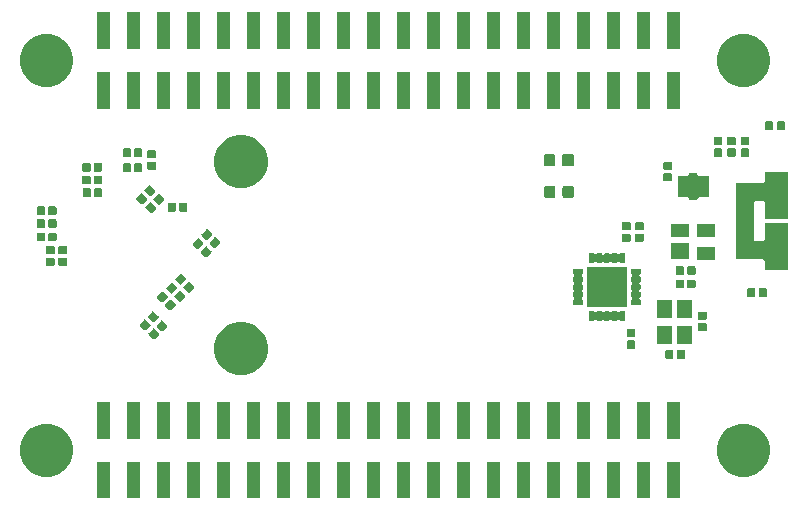
<source format=gbr>
G04 #@! TF.GenerationSoftware,KiCad,Pcbnew,(5.1.2)-2*
G04 #@! TF.CreationDate,2019-11-16T13:35:15-06:00*
G04 #@! TF.ProjectId,spi_control,7370695f-636f-46e7-9472-6f6c2e6b6963,rev?*
G04 #@! TF.SameCoordinates,Original*
G04 #@! TF.FileFunction,Soldermask,Bot*
G04 #@! TF.FilePolarity,Negative*
%FSLAX46Y46*%
G04 Gerber Fmt 4.6, Leading zero omitted, Abs format (unit mm)*
G04 Created by KiCad (PCBNEW (5.1.2)-2) date 2019-11-16 13:35:15*
%MOMM*%
%LPD*%
G04 APERTURE LIST*
%ADD10C,0.100000*%
G04 APERTURE END LIST*
D10*
G36*
X114681000Y-97065600D02*
G01*
X113579000Y-97065600D01*
X113579000Y-93963600D01*
X114681000Y-93963600D01*
X114681000Y-97065600D01*
X114681000Y-97065600D01*
G37*
G36*
X86741000Y-97065600D02*
G01*
X85639000Y-97065600D01*
X85639000Y-93963600D01*
X86741000Y-93963600D01*
X86741000Y-97065600D01*
X86741000Y-97065600D01*
G37*
G36*
X66421000Y-97065600D02*
G01*
X65319000Y-97065600D01*
X65319000Y-93963600D01*
X66421000Y-93963600D01*
X66421000Y-97065600D01*
X66421000Y-97065600D01*
G37*
G36*
X68961000Y-97065600D02*
G01*
X67859000Y-97065600D01*
X67859000Y-93963600D01*
X68961000Y-93963600D01*
X68961000Y-97065600D01*
X68961000Y-97065600D01*
G37*
G36*
X71501000Y-97065600D02*
G01*
X70399000Y-97065600D01*
X70399000Y-93963600D01*
X71501000Y-93963600D01*
X71501000Y-97065600D01*
X71501000Y-97065600D01*
G37*
G36*
X74041000Y-97065600D02*
G01*
X72939000Y-97065600D01*
X72939000Y-93963600D01*
X74041000Y-93963600D01*
X74041000Y-97065600D01*
X74041000Y-97065600D01*
G37*
G36*
X76581000Y-97065600D02*
G01*
X75479000Y-97065600D01*
X75479000Y-93963600D01*
X76581000Y-93963600D01*
X76581000Y-97065600D01*
X76581000Y-97065600D01*
G37*
G36*
X79121000Y-97065600D02*
G01*
X78019000Y-97065600D01*
X78019000Y-93963600D01*
X79121000Y-93963600D01*
X79121000Y-97065600D01*
X79121000Y-97065600D01*
G37*
G36*
X81661000Y-97065600D02*
G01*
X80559000Y-97065600D01*
X80559000Y-93963600D01*
X81661000Y-93963600D01*
X81661000Y-97065600D01*
X81661000Y-97065600D01*
G37*
G36*
X84201000Y-97065600D02*
G01*
X83099000Y-97065600D01*
X83099000Y-93963600D01*
X84201000Y-93963600D01*
X84201000Y-97065600D01*
X84201000Y-97065600D01*
G37*
G36*
X107061000Y-97065600D02*
G01*
X105959000Y-97065600D01*
X105959000Y-93963600D01*
X107061000Y-93963600D01*
X107061000Y-97065600D01*
X107061000Y-97065600D01*
G37*
G36*
X91821000Y-97065600D02*
G01*
X90719000Y-97065600D01*
X90719000Y-93963600D01*
X91821000Y-93963600D01*
X91821000Y-97065600D01*
X91821000Y-97065600D01*
G37*
G36*
X94361000Y-97065600D02*
G01*
X93259000Y-97065600D01*
X93259000Y-93963600D01*
X94361000Y-93963600D01*
X94361000Y-97065600D01*
X94361000Y-97065600D01*
G37*
G36*
X96901000Y-97065600D02*
G01*
X95799000Y-97065600D01*
X95799000Y-93963600D01*
X96901000Y-93963600D01*
X96901000Y-97065600D01*
X96901000Y-97065600D01*
G37*
G36*
X99441000Y-97065600D02*
G01*
X98339000Y-97065600D01*
X98339000Y-93963600D01*
X99441000Y-93963600D01*
X99441000Y-97065600D01*
X99441000Y-97065600D01*
G37*
G36*
X101981000Y-97065600D02*
G01*
X100879000Y-97065600D01*
X100879000Y-93963600D01*
X101981000Y-93963600D01*
X101981000Y-97065600D01*
X101981000Y-97065600D01*
G37*
G36*
X104521000Y-97065600D02*
G01*
X103419000Y-97065600D01*
X103419000Y-93963600D01*
X104521000Y-93963600D01*
X104521000Y-97065600D01*
X104521000Y-97065600D01*
G37*
G36*
X109601000Y-97065600D02*
G01*
X108499000Y-97065600D01*
X108499000Y-93963600D01*
X109601000Y-93963600D01*
X109601000Y-97065600D01*
X109601000Y-97065600D01*
G37*
G36*
X112141000Y-97065600D02*
G01*
X111039000Y-97065600D01*
X111039000Y-93963600D01*
X112141000Y-93963600D01*
X112141000Y-97065600D01*
X112141000Y-97065600D01*
G37*
G36*
X89281000Y-97065600D02*
G01*
X88179000Y-97065600D01*
X88179000Y-93963600D01*
X89281000Y-93963600D01*
X89281000Y-97065600D01*
X89281000Y-97065600D01*
G37*
G36*
X120275880Y-90754376D02*
G01*
X120656593Y-90830104D01*
X121066249Y-90999789D01*
X121434929Y-91246134D01*
X121748466Y-91559671D01*
X121994811Y-91928351D01*
X122164496Y-92338007D01*
X122251000Y-92772896D01*
X122251000Y-93216304D01*
X122164496Y-93651193D01*
X121994811Y-94060849D01*
X121748466Y-94429529D01*
X121434929Y-94743066D01*
X121066249Y-94989411D01*
X120656593Y-95159096D01*
X120275880Y-95234824D01*
X120221705Y-95245600D01*
X119778295Y-95245600D01*
X119724120Y-95234824D01*
X119343407Y-95159096D01*
X118933751Y-94989411D01*
X118565071Y-94743066D01*
X118251534Y-94429529D01*
X118005189Y-94060849D01*
X117835504Y-93651193D01*
X117749000Y-93216304D01*
X117749000Y-92772896D01*
X117835504Y-92338007D01*
X118005189Y-91928351D01*
X118251534Y-91559671D01*
X118565071Y-91246134D01*
X118933751Y-90999789D01*
X119343407Y-90830104D01*
X119724120Y-90754376D01*
X119778295Y-90743600D01*
X120221705Y-90743600D01*
X120275880Y-90754376D01*
X120275880Y-90754376D01*
G37*
G36*
X61275880Y-90754376D02*
G01*
X61656593Y-90830104D01*
X62066249Y-90999789D01*
X62434929Y-91246134D01*
X62748466Y-91559671D01*
X62994811Y-91928351D01*
X63164496Y-92338007D01*
X63251000Y-92772896D01*
X63251000Y-93216304D01*
X63164496Y-93651193D01*
X62994811Y-94060849D01*
X62748466Y-94429529D01*
X62434929Y-94743066D01*
X62066249Y-94989411D01*
X61656593Y-95159096D01*
X61275880Y-95234824D01*
X61221705Y-95245600D01*
X60778295Y-95245600D01*
X60724120Y-95234824D01*
X60343407Y-95159096D01*
X59933751Y-94989411D01*
X59565071Y-94743066D01*
X59251534Y-94429529D01*
X59005189Y-94060849D01*
X58835504Y-93651193D01*
X58749000Y-93216304D01*
X58749000Y-92772896D01*
X58835504Y-92338007D01*
X59005189Y-91928351D01*
X59251534Y-91559671D01*
X59565071Y-91246134D01*
X59933751Y-90999789D01*
X60343407Y-90830104D01*
X60724120Y-90754376D01*
X60778295Y-90743600D01*
X61221705Y-90743600D01*
X61275880Y-90754376D01*
X61275880Y-90754376D01*
G37*
G36*
X109601000Y-92025600D02*
G01*
X108499000Y-92025600D01*
X108499000Y-88923600D01*
X109601000Y-88923600D01*
X109601000Y-92025600D01*
X109601000Y-92025600D01*
G37*
G36*
X68961000Y-92025600D02*
G01*
X67859000Y-92025600D01*
X67859000Y-88923600D01*
X68961000Y-88923600D01*
X68961000Y-92025600D01*
X68961000Y-92025600D01*
G37*
G36*
X71501000Y-92025600D02*
G01*
X70399000Y-92025600D01*
X70399000Y-88923600D01*
X71501000Y-88923600D01*
X71501000Y-92025600D01*
X71501000Y-92025600D01*
G37*
G36*
X74041000Y-92025600D02*
G01*
X72939000Y-92025600D01*
X72939000Y-88923600D01*
X74041000Y-88923600D01*
X74041000Y-92025600D01*
X74041000Y-92025600D01*
G37*
G36*
X76581000Y-92025600D02*
G01*
X75479000Y-92025600D01*
X75479000Y-88923600D01*
X76581000Y-88923600D01*
X76581000Y-92025600D01*
X76581000Y-92025600D01*
G37*
G36*
X79121000Y-92025600D02*
G01*
X78019000Y-92025600D01*
X78019000Y-88923600D01*
X79121000Y-88923600D01*
X79121000Y-92025600D01*
X79121000Y-92025600D01*
G37*
G36*
X84201000Y-92025600D02*
G01*
X83099000Y-92025600D01*
X83099000Y-88923600D01*
X84201000Y-88923600D01*
X84201000Y-92025600D01*
X84201000Y-92025600D01*
G37*
G36*
X91821000Y-92025600D02*
G01*
X90719000Y-92025600D01*
X90719000Y-88923600D01*
X91821000Y-88923600D01*
X91821000Y-92025600D01*
X91821000Y-92025600D01*
G37*
G36*
X66421000Y-92025600D02*
G01*
X65319000Y-92025600D01*
X65319000Y-88923600D01*
X66421000Y-88923600D01*
X66421000Y-92025600D01*
X66421000Y-92025600D01*
G37*
G36*
X86741000Y-92025600D02*
G01*
X85639000Y-92025600D01*
X85639000Y-88923600D01*
X86741000Y-88923600D01*
X86741000Y-92025600D01*
X86741000Y-92025600D01*
G37*
G36*
X89281000Y-92025600D02*
G01*
X88179000Y-92025600D01*
X88179000Y-88923600D01*
X89281000Y-88923600D01*
X89281000Y-92025600D01*
X89281000Y-92025600D01*
G37*
G36*
X81661000Y-92025600D02*
G01*
X80559000Y-92025600D01*
X80559000Y-88923600D01*
X81661000Y-88923600D01*
X81661000Y-92025600D01*
X81661000Y-92025600D01*
G37*
G36*
X114681000Y-92025600D02*
G01*
X113579000Y-92025600D01*
X113579000Y-88923600D01*
X114681000Y-88923600D01*
X114681000Y-92025600D01*
X114681000Y-92025600D01*
G37*
G36*
X112141000Y-92025600D02*
G01*
X111039000Y-92025600D01*
X111039000Y-88923600D01*
X112141000Y-88923600D01*
X112141000Y-92025600D01*
X112141000Y-92025600D01*
G37*
G36*
X107061000Y-92025600D02*
G01*
X105959000Y-92025600D01*
X105959000Y-88923600D01*
X107061000Y-88923600D01*
X107061000Y-92025600D01*
X107061000Y-92025600D01*
G37*
G36*
X104521000Y-92025600D02*
G01*
X103419000Y-92025600D01*
X103419000Y-88923600D01*
X104521000Y-88923600D01*
X104521000Y-92025600D01*
X104521000Y-92025600D01*
G37*
G36*
X101981000Y-92025600D02*
G01*
X100879000Y-92025600D01*
X100879000Y-88923600D01*
X101981000Y-88923600D01*
X101981000Y-92025600D01*
X101981000Y-92025600D01*
G37*
G36*
X99441000Y-92025600D02*
G01*
X98339000Y-92025600D01*
X98339000Y-88923600D01*
X99441000Y-88923600D01*
X99441000Y-92025600D01*
X99441000Y-92025600D01*
G37*
G36*
X94361000Y-92025600D02*
G01*
X93259000Y-92025600D01*
X93259000Y-88923600D01*
X94361000Y-88923600D01*
X94361000Y-92025600D01*
X94361000Y-92025600D01*
G37*
G36*
X96901000Y-92025600D02*
G01*
X95799000Y-92025600D01*
X95799000Y-88923600D01*
X96901000Y-88923600D01*
X96901000Y-92025600D01*
X96901000Y-92025600D01*
G37*
G36*
X77745880Y-82170776D02*
G01*
X78126593Y-82246504D01*
X78536249Y-82416189D01*
X78904929Y-82662534D01*
X79218466Y-82976071D01*
X79464811Y-83344751D01*
X79634496Y-83754407D01*
X79721000Y-84189296D01*
X79721000Y-84632704D01*
X79634496Y-85067593D01*
X79464811Y-85477249D01*
X79218466Y-85845929D01*
X78904929Y-86159466D01*
X78536249Y-86405811D01*
X78126593Y-86575496D01*
X77745880Y-86651224D01*
X77691705Y-86662000D01*
X77248295Y-86662000D01*
X77194120Y-86651224D01*
X76813407Y-86575496D01*
X76403751Y-86405811D01*
X76035071Y-86159466D01*
X75721534Y-85845929D01*
X75475189Y-85477249D01*
X75305504Y-85067593D01*
X75219000Y-84632704D01*
X75219000Y-84189296D01*
X75305504Y-83754407D01*
X75475189Y-83344751D01*
X75721534Y-82976071D01*
X76035071Y-82662534D01*
X76403751Y-82416189D01*
X76813407Y-82246504D01*
X77194120Y-82170776D01*
X77248295Y-82160000D01*
X77691705Y-82160000D01*
X77745880Y-82170776D01*
X77745880Y-82170776D01*
G37*
G36*
X113998138Y-84518516D02*
G01*
X114018757Y-84524771D01*
X114037753Y-84534924D01*
X114054408Y-84548592D01*
X114068076Y-84565247D01*
X114078229Y-84584243D01*
X114084484Y-84604862D01*
X114087200Y-84632440D01*
X114087200Y-85141160D01*
X114084484Y-85168738D01*
X114078229Y-85189357D01*
X114068076Y-85208353D01*
X114054408Y-85225008D01*
X114037753Y-85238676D01*
X114018757Y-85248829D01*
X113998138Y-85255084D01*
X113970560Y-85257800D01*
X113511840Y-85257800D01*
X113484262Y-85255084D01*
X113463643Y-85248829D01*
X113444647Y-85238676D01*
X113427992Y-85225008D01*
X113414324Y-85208353D01*
X113404171Y-85189357D01*
X113397916Y-85168738D01*
X113395200Y-85141160D01*
X113395200Y-84632440D01*
X113397916Y-84604862D01*
X113404171Y-84584243D01*
X113414324Y-84565247D01*
X113427992Y-84548592D01*
X113444647Y-84534924D01*
X113463643Y-84524771D01*
X113484262Y-84518516D01*
X113511840Y-84515800D01*
X113970560Y-84515800D01*
X113998138Y-84518516D01*
X113998138Y-84518516D01*
G37*
G36*
X114968138Y-84518516D02*
G01*
X114988757Y-84524771D01*
X115007753Y-84534924D01*
X115024408Y-84548592D01*
X115038076Y-84565247D01*
X115048229Y-84584243D01*
X115054484Y-84604862D01*
X115057200Y-84632440D01*
X115057200Y-85141160D01*
X115054484Y-85168738D01*
X115048229Y-85189357D01*
X115038076Y-85208353D01*
X115024408Y-85225008D01*
X115007753Y-85238676D01*
X114988757Y-85248829D01*
X114968138Y-85255084D01*
X114940560Y-85257800D01*
X114481840Y-85257800D01*
X114454262Y-85255084D01*
X114433643Y-85248829D01*
X114414647Y-85238676D01*
X114397992Y-85225008D01*
X114384324Y-85208353D01*
X114374171Y-85189357D01*
X114367916Y-85168738D01*
X114365200Y-85141160D01*
X114365200Y-84632440D01*
X114367916Y-84604862D01*
X114374171Y-84584243D01*
X114384324Y-84565247D01*
X114397992Y-84548592D01*
X114414647Y-84534924D01*
X114433643Y-84524771D01*
X114454262Y-84518516D01*
X114481840Y-84515800D01*
X114940560Y-84515800D01*
X114968138Y-84518516D01*
X114968138Y-84518516D01*
G37*
G36*
X110771938Y-83707716D02*
G01*
X110792557Y-83713971D01*
X110811553Y-83724124D01*
X110828208Y-83737792D01*
X110841876Y-83754447D01*
X110852029Y-83773443D01*
X110858284Y-83794062D01*
X110861000Y-83821640D01*
X110861000Y-84280360D01*
X110858284Y-84307938D01*
X110852029Y-84328557D01*
X110841876Y-84347553D01*
X110828208Y-84364208D01*
X110811553Y-84377876D01*
X110792557Y-84388029D01*
X110771938Y-84394284D01*
X110744360Y-84397000D01*
X110235640Y-84397000D01*
X110208062Y-84394284D01*
X110187443Y-84388029D01*
X110168447Y-84377876D01*
X110151792Y-84364208D01*
X110138124Y-84347553D01*
X110127971Y-84328557D01*
X110121716Y-84307938D01*
X110119000Y-84280360D01*
X110119000Y-83821640D01*
X110121716Y-83794062D01*
X110127971Y-83773443D01*
X110138124Y-83754447D01*
X110151792Y-83737792D01*
X110168447Y-83724124D01*
X110187443Y-83713971D01*
X110208062Y-83707716D01*
X110235640Y-83705000D01*
X110744360Y-83705000D01*
X110771938Y-83707716D01*
X110771938Y-83707716D01*
G37*
G36*
X115674000Y-84020000D02*
G01*
X114372000Y-84020000D01*
X114372000Y-82518000D01*
X115674000Y-82518000D01*
X115674000Y-84020000D01*
X115674000Y-84020000D01*
G37*
G36*
X113974000Y-84020000D02*
G01*
X112672000Y-84020000D01*
X112672000Y-82518000D01*
X113974000Y-82518000D01*
X113974000Y-84020000D01*
X113974000Y-84020000D01*
G37*
G36*
X70102813Y-82690438D02*
G01*
X70123432Y-82696693D01*
X70142428Y-82706846D01*
X70163849Y-82724426D01*
X70523574Y-83084151D01*
X70541154Y-83105572D01*
X70551307Y-83124568D01*
X70557562Y-83145187D01*
X70559673Y-83166625D01*
X70557562Y-83188063D01*
X70551307Y-83208682D01*
X70541154Y-83227678D01*
X70523574Y-83249099D01*
X70199205Y-83573468D01*
X70177784Y-83591048D01*
X70158788Y-83601201D01*
X70138169Y-83607456D01*
X70116731Y-83609567D01*
X70095293Y-83607456D01*
X70074674Y-83601201D01*
X70055678Y-83591048D01*
X70034257Y-83573468D01*
X69674532Y-83213743D01*
X69656952Y-83192322D01*
X69646799Y-83173326D01*
X69640544Y-83152707D01*
X69638433Y-83131269D01*
X69640544Y-83109831D01*
X69646799Y-83089212D01*
X69656952Y-83070216D01*
X69674532Y-83048795D01*
X69998901Y-82724426D01*
X70020322Y-82706846D01*
X70039318Y-82696693D01*
X70059937Y-82690438D01*
X70081375Y-82688327D01*
X70102813Y-82690438D01*
X70102813Y-82690438D01*
G37*
G36*
X110771938Y-82737716D02*
G01*
X110792557Y-82743971D01*
X110811553Y-82754124D01*
X110828208Y-82767792D01*
X110841876Y-82784447D01*
X110852029Y-82803443D01*
X110858284Y-82824062D01*
X110861000Y-82851640D01*
X110861000Y-83310360D01*
X110858284Y-83337938D01*
X110852029Y-83358557D01*
X110841876Y-83377553D01*
X110828208Y-83394208D01*
X110811553Y-83407876D01*
X110792557Y-83418029D01*
X110771938Y-83424284D01*
X110744360Y-83427000D01*
X110235640Y-83427000D01*
X110208062Y-83424284D01*
X110187443Y-83418029D01*
X110168447Y-83407876D01*
X110151792Y-83394208D01*
X110138124Y-83377553D01*
X110127971Y-83358557D01*
X110121716Y-83337938D01*
X110119000Y-83310360D01*
X110119000Y-82851640D01*
X110121716Y-82824062D01*
X110127971Y-82803443D01*
X110138124Y-82784447D01*
X110151792Y-82767792D01*
X110168447Y-82754124D01*
X110187443Y-82743971D01*
X110208062Y-82737716D01*
X110235640Y-82735000D01*
X110744360Y-82735000D01*
X110771938Y-82737716D01*
X110771938Y-82737716D01*
G37*
G36*
X116817138Y-82234516D02*
G01*
X116837757Y-82240771D01*
X116856753Y-82250924D01*
X116873408Y-82264592D01*
X116887076Y-82281247D01*
X116897229Y-82300243D01*
X116903484Y-82320862D01*
X116906200Y-82348440D01*
X116906200Y-82807160D01*
X116903484Y-82834738D01*
X116897229Y-82855357D01*
X116887076Y-82874353D01*
X116873408Y-82891008D01*
X116856753Y-82904676D01*
X116837757Y-82914829D01*
X116817138Y-82921084D01*
X116789560Y-82923800D01*
X116280840Y-82923800D01*
X116253262Y-82921084D01*
X116232643Y-82914829D01*
X116213647Y-82904676D01*
X116196992Y-82891008D01*
X116183324Y-82874353D01*
X116173171Y-82855357D01*
X116166916Y-82834738D01*
X116164200Y-82807160D01*
X116164200Y-82348440D01*
X116166916Y-82320862D01*
X116173171Y-82300243D01*
X116183324Y-82281247D01*
X116196992Y-82264592D01*
X116213647Y-82250924D01*
X116232643Y-82240771D01*
X116253262Y-82234516D01*
X116280840Y-82231800D01*
X116789560Y-82231800D01*
X116817138Y-82234516D01*
X116817138Y-82234516D01*
G37*
G36*
X70788707Y-82004544D02*
G01*
X70809326Y-82010799D01*
X70828322Y-82020952D01*
X70849743Y-82038532D01*
X71209468Y-82398257D01*
X71227048Y-82419678D01*
X71237201Y-82438674D01*
X71243456Y-82459293D01*
X71245567Y-82480731D01*
X71243456Y-82502169D01*
X71237201Y-82522788D01*
X71227048Y-82541784D01*
X71209468Y-82563205D01*
X70885099Y-82887574D01*
X70863678Y-82905154D01*
X70844682Y-82915307D01*
X70824063Y-82921562D01*
X70802625Y-82923673D01*
X70781187Y-82921562D01*
X70760568Y-82915307D01*
X70741572Y-82905154D01*
X70720151Y-82887574D01*
X70360426Y-82527849D01*
X70342846Y-82506428D01*
X70332693Y-82487432D01*
X70326438Y-82466813D01*
X70324327Y-82445375D01*
X70326438Y-82423937D01*
X70332693Y-82403318D01*
X70342846Y-82384322D01*
X70360426Y-82362901D01*
X70684795Y-82038532D01*
X70706216Y-82020952D01*
X70725212Y-82010799D01*
X70745831Y-82004544D01*
X70767269Y-82002433D01*
X70788707Y-82004544D01*
X70788707Y-82004544D01*
G37*
G36*
X69358413Y-81926438D02*
G01*
X69379032Y-81932693D01*
X69398028Y-81942846D01*
X69419449Y-81960426D01*
X69779174Y-82320151D01*
X69796754Y-82341572D01*
X69806907Y-82360568D01*
X69813162Y-82381187D01*
X69815273Y-82402625D01*
X69813162Y-82424063D01*
X69806907Y-82444682D01*
X69796754Y-82463678D01*
X69779174Y-82485099D01*
X69454805Y-82809468D01*
X69433384Y-82827048D01*
X69414388Y-82837201D01*
X69393769Y-82843456D01*
X69372331Y-82845567D01*
X69350893Y-82843456D01*
X69330274Y-82837201D01*
X69311278Y-82827048D01*
X69289857Y-82809468D01*
X68930132Y-82449743D01*
X68912552Y-82428322D01*
X68902399Y-82409326D01*
X68896144Y-82388707D01*
X68894033Y-82367269D01*
X68896144Y-82345831D01*
X68902399Y-82325212D01*
X68912552Y-82306216D01*
X68930132Y-82284795D01*
X69254501Y-81960426D01*
X69275922Y-81942846D01*
X69294918Y-81932693D01*
X69315537Y-81926438D01*
X69336975Y-81924327D01*
X69358413Y-81926438D01*
X69358413Y-81926438D01*
G37*
G36*
X70044307Y-81240544D02*
G01*
X70064926Y-81246799D01*
X70083922Y-81256952D01*
X70105343Y-81274532D01*
X70465068Y-81634257D01*
X70482648Y-81655678D01*
X70492801Y-81674674D01*
X70499056Y-81695293D01*
X70501167Y-81716731D01*
X70499056Y-81738169D01*
X70492801Y-81758788D01*
X70482648Y-81777784D01*
X70465068Y-81799205D01*
X70140699Y-82123574D01*
X70119278Y-82141154D01*
X70100282Y-82151307D01*
X70079663Y-82157562D01*
X70058225Y-82159673D01*
X70036787Y-82157562D01*
X70016168Y-82151307D01*
X69997172Y-82141154D01*
X69975751Y-82123574D01*
X69616026Y-81763849D01*
X69598446Y-81742428D01*
X69588293Y-81723432D01*
X69582038Y-81702813D01*
X69579927Y-81681375D01*
X69582038Y-81659937D01*
X69588293Y-81639318D01*
X69598446Y-81620322D01*
X69616026Y-81598901D01*
X69940395Y-81274532D01*
X69961816Y-81256952D01*
X69980812Y-81246799D01*
X70001431Y-81240544D01*
X70022869Y-81238433D01*
X70044307Y-81240544D01*
X70044307Y-81240544D01*
G37*
G36*
X107328295Y-81184823D02*
G01*
X107335310Y-81186951D01*
X107341776Y-81190408D01*
X107347442Y-81195058D01*
X107352092Y-81200724D01*
X107355549Y-81207190D01*
X107357677Y-81214205D01*
X107358603Y-81223609D01*
X107363383Y-81247642D01*
X107372761Y-81270281D01*
X107386374Y-81290655D01*
X107403701Y-81307982D01*
X107424076Y-81321596D01*
X107446715Y-81330974D01*
X107470748Y-81335754D01*
X107495252Y-81335754D01*
X107519285Y-81330974D01*
X107541924Y-81321596D01*
X107562298Y-81307983D01*
X107579625Y-81290656D01*
X107593239Y-81270281D01*
X107602617Y-81247642D01*
X107607397Y-81223609D01*
X107608323Y-81214205D01*
X107610451Y-81207190D01*
X107613908Y-81200724D01*
X107618558Y-81195058D01*
X107624224Y-81190408D01*
X107630690Y-81186951D01*
X107637705Y-81184823D01*
X107651140Y-81183500D01*
X107964860Y-81183500D01*
X107978295Y-81184823D01*
X107985310Y-81186951D01*
X107991776Y-81190408D01*
X107997442Y-81195058D01*
X108002092Y-81200724D01*
X108005549Y-81207190D01*
X108007677Y-81214205D01*
X108008603Y-81223609D01*
X108013383Y-81247642D01*
X108022761Y-81270281D01*
X108036374Y-81290655D01*
X108053701Y-81307982D01*
X108074076Y-81321596D01*
X108096715Y-81330974D01*
X108120748Y-81335754D01*
X108145252Y-81335754D01*
X108169285Y-81330974D01*
X108191924Y-81321596D01*
X108212298Y-81307983D01*
X108229625Y-81290656D01*
X108243239Y-81270281D01*
X108252617Y-81247642D01*
X108257397Y-81223609D01*
X108258323Y-81214205D01*
X108260451Y-81207190D01*
X108263908Y-81200724D01*
X108268558Y-81195058D01*
X108274224Y-81190408D01*
X108280690Y-81186951D01*
X108287705Y-81184823D01*
X108301140Y-81183500D01*
X108614860Y-81183500D01*
X108628295Y-81184823D01*
X108635310Y-81186951D01*
X108641776Y-81190408D01*
X108647442Y-81195058D01*
X108652092Y-81200724D01*
X108655549Y-81207190D01*
X108657677Y-81214205D01*
X108658603Y-81223609D01*
X108663383Y-81247642D01*
X108672761Y-81270281D01*
X108686374Y-81290655D01*
X108703701Y-81307982D01*
X108724076Y-81321596D01*
X108746715Y-81330974D01*
X108770748Y-81335754D01*
X108795252Y-81335754D01*
X108819285Y-81330974D01*
X108841924Y-81321596D01*
X108862298Y-81307983D01*
X108879625Y-81290656D01*
X108893239Y-81270281D01*
X108902617Y-81247642D01*
X108907397Y-81223609D01*
X108908323Y-81214205D01*
X108910451Y-81207190D01*
X108913908Y-81200724D01*
X108918558Y-81195058D01*
X108924224Y-81190408D01*
X108930690Y-81186951D01*
X108937705Y-81184823D01*
X108951140Y-81183500D01*
X109264860Y-81183500D01*
X109278295Y-81184823D01*
X109285310Y-81186951D01*
X109291776Y-81190408D01*
X109297442Y-81195058D01*
X109302092Y-81200724D01*
X109305549Y-81207190D01*
X109307677Y-81214205D01*
X109308603Y-81223609D01*
X109313383Y-81247642D01*
X109322761Y-81270281D01*
X109336374Y-81290655D01*
X109353701Y-81307982D01*
X109374076Y-81321596D01*
X109396715Y-81330974D01*
X109420748Y-81335754D01*
X109445252Y-81335754D01*
X109469285Y-81330974D01*
X109491924Y-81321596D01*
X109512298Y-81307983D01*
X109529625Y-81290656D01*
X109543239Y-81270281D01*
X109552617Y-81247642D01*
X109557397Y-81223609D01*
X109558323Y-81214205D01*
X109560451Y-81207190D01*
X109563908Y-81200724D01*
X109568558Y-81195058D01*
X109574224Y-81190408D01*
X109580690Y-81186951D01*
X109587705Y-81184823D01*
X109601140Y-81183500D01*
X109914860Y-81183500D01*
X109928295Y-81184823D01*
X109935310Y-81186951D01*
X109941776Y-81190408D01*
X109947442Y-81195058D01*
X109952092Y-81200724D01*
X109955549Y-81207190D01*
X109957677Y-81214205D01*
X109959000Y-81227640D01*
X109959000Y-82041360D01*
X109957677Y-82054795D01*
X109955549Y-82061810D01*
X109952092Y-82068276D01*
X109947442Y-82073942D01*
X109941776Y-82078592D01*
X109935310Y-82082049D01*
X109928295Y-82084177D01*
X109914860Y-82085500D01*
X109601140Y-82085500D01*
X109587705Y-82084177D01*
X109580690Y-82082049D01*
X109574224Y-82078592D01*
X109568558Y-82073942D01*
X109563908Y-82068276D01*
X109560451Y-82061810D01*
X109558323Y-82054795D01*
X109557397Y-82045391D01*
X109552617Y-82021358D01*
X109543239Y-81998719D01*
X109529626Y-81978345D01*
X109512299Y-81961018D01*
X109491924Y-81947404D01*
X109469285Y-81938026D01*
X109445252Y-81933246D01*
X109420748Y-81933246D01*
X109396715Y-81938026D01*
X109374076Y-81947404D01*
X109353702Y-81961017D01*
X109336375Y-81978344D01*
X109322761Y-81998719D01*
X109313383Y-82021358D01*
X109308603Y-82045391D01*
X109307677Y-82054795D01*
X109305549Y-82061810D01*
X109302092Y-82068276D01*
X109297442Y-82073942D01*
X109291776Y-82078592D01*
X109285310Y-82082049D01*
X109278295Y-82084177D01*
X109264860Y-82085500D01*
X108951140Y-82085500D01*
X108937705Y-82084177D01*
X108930690Y-82082049D01*
X108924224Y-82078592D01*
X108918558Y-82073942D01*
X108913908Y-82068276D01*
X108910451Y-82061810D01*
X108908323Y-82054795D01*
X108907397Y-82045391D01*
X108902617Y-82021358D01*
X108893239Y-81998719D01*
X108879626Y-81978345D01*
X108862299Y-81961018D01*
X108841924Y-81947404D01*
X108819285Y-81938026D01*
X108795252Y-81933246D01*
X108770748Y-81933246D01*
X108746715Y-81938026D01*
X108724076Y-81947404D01*
X108703702Y-81961017D01*
X108686375Y-81978344D01*
X108672761Y-81998719D01*
X108663383Y-82021358D01*
X108658603Y-82045391D01*
X108657677Y-82054795D01*
X108655549Y-82061810D01*
X108652092Y-82068276D01*
X108647442Y-82073942D01*
X108641776Y-82078592D01*
X108635310Y-82082049D01*
X108628295Y-82084177D01*
X108614860Y-82085500D01*
X108301140Y-82085500D01*
X108287705Y-82084177D01*
X108280690Y-82082049D01*
X108274224Y-82078592D01*
X108268558Y-82073942D01*
X108263908Y-82068276D01*
X108260451Y-82061810D01*
X108258323Y-82054795D01*
X108257397Y-82045391D01*
X108252617Y-82021358D01*
X108243239Y-81998719D01*
X108229626Y-81978345D01*
X108212299Y-81961018D01*
X108191924Y-81947404D01*
X108169285Y-81938026D01*
X108145252Y-81933246D01*
X108120748Y-81933246D01*
X108096715Y-81938026D01*
X108074076Y-81947404D01*
X108053702Y-81961017D01*
X108036375Y-81978344D01*
X108022761Y-81998719D01*
X108013383Y-82021358D01*
X108008603Y-82045391D01*
X108007677Y-82054795D01*
X108005549Y-82061810D01*
X108002092Y-82068276D01*
X107997442Y-82073942D01*
X107991776Y-82078592D01*
X107985310Y-82082049D01*
X107978295Y-82084177D01*
X107964860Y-82085500D01*
X107651140Y-82085500D01*
X107637705Y-82084177D01*
X107630690Y-82082049D01*
X107624224Y-82078592D01*
X107618558Y-82073942D01*
X107613908Y-82068276D01*
X107610451Y-82061810D01*
X107608323Y-82054795D01*
X107607397Y-82045391D01*
X107602617Y-82021358D01*
X107593239Y-81998719D01*
X107579626Y-81978345D01*
X107562299Y-81961018D01*
X107541924Y-81947404D01*
X107519285Y-81938026D01*
X107495252Y-81933246D01*
X107470748Y-81933246D01*
X107446715Y-81938026D01*
X107424076Y-81947404D01*
X107403702Y-81961017D01*
X107386375Y-81978344D01*
X107372761Y-81998719D01*
X107363383Y-82021358D01*
X107358603Y-82045391D01*
X107357677Y-82054795D01*
X107355549Y-82061810D01*
X107352092Y-82068276D01*
X107347442Y-82073942D01*
X107341776Y-82078592D01*
X107335310Y-82082049D01*
X107328295Y-82084177D01*
X107314860Y-82085500D01*
X107001140Y-82085500D01*
X106987705Y-82084177D01*
X106980690Y-82082049D01*
X106974224Y-82078592D01*
X106968558Y-82073942D01*
X106963908Y-82068276D01*
X106960451Y-82061810D01*
X106958323Y-82054795D01*
X106957000Y-82041360D01*
X106957000Y-81227640D01*
X106958323Y-81214205D01*
X106960451Y-81207190D01*
X106963908Y-81200724D01*
X106968558Y-81195058D01*
X106974224Y-81190408D01*
X106980690Y-81186951D01*
X106987705Y-81184823D01*
X107001140Y-81183500D01*
X107314860Y-81183500D01*
X107328295Y-81184823D01*
X107328295Y-81184823D01*
G37*
G36*
X116817138Y-81264516D02*
G01*
X116837757Y-81270771D01*
X116856753Y-81280924D01*
X116873408Y-81294592D01*
X116887076Y-81311247D01*
X116897229Y-81330243D01*
X116903484Y-81350862D01*
X116906200Y-81378440D01*
X116906200Y-81837160D01*
X116903484Y-81864738D01*
X116897229Y-81885357D01*
X116887076Y-81904353D01*
X116873408Y-81921008D01*
X116856753Y-81934676D01*
X116837757Y-81944829D01*
X116817138Y-81951084D01*
X116789560Y-81953800D01*
X116280840Y-81953800D01*
X116253262Y-81951084D01*
X116232643Y-81944829D01*
X116213647Y-81934676D01*
X116196992Y-81921008D01*
X116183324Y-81904353D01*
X116173171Y-81885357D01*
X116166916Y-81864738D01*
X116164200Y-81837160D01*
X116164200Y-81378440D01*
X116166916Y-81350862D01*
X116173171Y-81330243D01*
X116183324Y-81311247D01*
X116196992Y-81294592D01*
X116213647Y-81280924D01*
X116232643Y-81270771D01*
X116253262Y-81264516D01*
X116280840Y-81261800D01*
X116789560Y-81261800D01*
X116817138Y-81264516D01*
X116817138Y-81264516D01*
G37*
G36*
X113974000Y-81820000D02*
G01*
X112672000Y-81820000D01*
X112672000Y-80318000D01*
X113974000Y-80318000D01*
X113974000Y-81820000D01*
X113974000Y-81820000D01*
G37*
G36*
X115674000Y-81820000D02*
G01*
X114372000Y-81820000D01*
X114372000Y-80318000D01*
X115674000Y-80318000D01*
X115674000Y-81820000D01*
X115674000Y-81820000D01*
G37*
G36*
X71540116Y-80249991D02*
G01*
X71560735Y-80256246D01*
X71579731Y-80266399D01*
X71601152Y-80283979D01*
X71925521Y-80608348D01*
X71943101Y-80629769D01*
X71953254Y-80648765D01*
X71959509Y-80669384D01*
X71961620Y-80690822D01*
X71959509Y-80712260D01*
X71953254Y-80732879D01*
X71943101Y-80751875D01*
X71925521Y-80773296D01*
X71565796Y-81133021D01*
X71544375Y-81150601D01*
X71525379Y-81160754D01*
X71504760Y-81167009D01*
X71483322Y-81169120D01*
X71461884Y-81167009D01*
X71441265Y-81160754D01*
X71422269Y-81150601D01*
X71400848Y-81133021D01*
X71076479Y-80808652D01*
X71058899Y-80787231D01*
X71048746Y-80768235D01*
X71042491Y-80747616D01*
X71040380Y-80726178D01*
X71042491Y-80704740D01*
X71048746Y-80684121D01*
X71058899Y-80665125D01*
X71076479Y-80643704D01*
X71436204Y-80283979D01*
X71457625Y-80266399D01*
X71476621Y-80256246D01*
X71497240Y-80249991D01*
X71518678Y-80247880D01*
X71540116Y-80249991D01*
X71540116Y-80249991D01*
G37*
G36*
X110062124Y-77461999D02*
G01*
X110090387Y-77470573D01*
X110116434Y-77484496D01*
X110139267Y-77503233D01*
X110158004Y-77526066D01*
X110171927Y-77552113D01*
X110180501Y-77580376D01*
X110184000Y-77615908D01*
X110184000Y-80753092D01*
X110180501Y-80788624D01*
X110171927Y-80816887D01*
X110158004Y-80842934D01*
X110139267Y-80865767D01*
X110116434Y-80884504D01*
X110090387Y-80898427D01*
X110062124Y-80907001D01*
X110026592Y-80910500D01*
X106889408Y-80910500D01*
X106853876Y-80907001D01*
X106825613Y-80898427D01*
X106799566Y-80884504D01*
X106776733Y-80865767D01*
X106757996Y-80842934D01*
X106744073Y-80816887D01*
X106735499Y-80788624D01*
X106732000Y-80753092D01*
X106732000Y-77615908D01*
X106735499Y-77580376D01*
X106744073Y-77552113D01*
X106757996Y-77526066D01*
X106776733Y-77503233D01*
X106799566Y-77484496D01*
X106825613Y-77470573D01*
X106853876Y-77461999D01*
X106889408Y-77458500D01*
X110026592Y-77458500D01*
X110062124Y-77461999D01*
X110062124Y-77461999D01*
G37*
G36*
X106428295Y-77684823D02*
G01*
X106435310Y-77686951D01*
X106441776Y-77690408D01*
X106447442Y-77695058D01*
X106452092Y-77700724D01*
X106455549Y-77707190D01*
X106457677Y-77714205D01*
X106459000Y-77727640D01*
X106459000Y-78041360D01*
X106457677Y-78054795D01*
X106455549Y-78061810D01*
X106452092Y-78068276D01*
X106447442Y-78073942D01*
X106441776Y-78078592D01*
X106435310Y-78082049D01*
X106428295Y-78084177D01*
X106418891Y-78085103D01*
X106394858Y-78089883D01*
X106372219Y-78099261D01*
X106351845Y-78112874D01*
X106334518Y-78130201D01*
X106320904Y-78150576D01*
X106311526Y-78173215D01*
X106306746Y-78197248D01*
X106306746Y-78221752D01*
X106311526Y-78245785D01*
X106320904Y-78268424D01*
X106334517Y-78288798D01*
X106351844Y-78306125D01*
X106372219Y-78319739D01*
X106394858Y-78329117D01*
X106418891Y-78333897D01*
X106428295Y-78334823D01*
X106435310Y-78336951D01*
X106441776Y-78340408D01*
X106447442Y-78345058D01*
X106452092Y-78350724D01*
X106455549Y-78357190D01*
X106457677Y-78364205D01*
X106459000Y-78377640D01*
X106459000Y-78691360D01*
X106457677Y-78704795D01*
X106455549Y-78711810D01*
X106452092Y-78718276D01*
X106447442Y-78723942D01*
X106441776Y-78728592D01*
X106435310Y-78732049D01*
X106428295Y-78734177D01*
X106418891Y-78735103D01*
X106394858Y-78739883D01*
X106372219Y-78749261D01*
X106351845Y-78762874D01*
X106334518Y-78780201D01*
X106320904Y-78800576D01*
X106311526Y-78823215D01*
X106306746Y-78847248D01*
X106306746Y-78871752D01*
X106311526Y-78895785D01*
X106320904Y-78918424D01*
X106334517Y-78938798D01*
X106351844Y-78956125D01*
X106372219Y-78969739D01*
X106394858Y-78979117D01*
X106418891Y-78983897D01*
X106428295Y-78984823D01*
X106435310Y-78986951D01*
X106441776Y-78990408D01*
X106447442Y-78995058D01*
X106452092Y-79000724D01*
X106455549Y-79007190D01*
X106457677Y-79014205D01*
X106459000Y-79027640D01*
X106459000Y-79341360D01*
X106457677Y-79354795D01*
X106455549Y-79361810D01*
X106452092Y-79368276D01*
X106447442Y-79373942D01*
X106441776Y-79378592D01*
X106435310Y-79382049D01*
X106428295Y-79384177D01*
X106418891Y-79385103D01*
X106394858Y-79389883D01*
X106372219Y-79399261D01*
X106351845Y-79412874D01*
X106334518Y-79430201D01*
X106320904Y-79450576D01*
X106311526Y-79473215D01*
X106306746Y-79497248D01*
X106306746Y-79521752D01*
X106311526Y-79545785D01*
X106320904Y-79568424D01*
X106334517Y-79588798D01*
X106351844Y-79606125D01*
X106372219Y-79619739D01*
X106394858Y-79629117D01*
X106418891Y-79633897D01*
X106428295Y-79634823D01*
X106435310Y-79636951D01*
X106441776Y-79640408D01*
X106447442Y-79645058D01*
X106452092Y-79650724D01*
X106455549Y-79657190D01*
X106457677Y-79664205D01*
X106459000Y-79677640D01*
X106459000Y-79991360D01*
X106457677Y-80004795D01*
X106455549Y-80011810D01*
X106452092Y-80018276D01*
X106447442Y-80023942D01*
X106441776Y-80028592D01*
X106435310Y-80032049D01*
X106428295Y-80034177D01*
X106418891Y-80035103D01*
X106394858Y-80039883D01*
X106372219Y-80049261D01*
X106351845Y-80062874D01*
X106334518Y-80080201D01*
X106320904Y-80100576D01*
X106311526Y-80123215D01*
X106306746Y-80147248D01*
X106306746Y-80171752D01*
X106311526Y-80195785D01*
X106320904Y-80218424D01*
X106334517Y-80238798D01*
X106351844Y-80256125D01*
X106372219Y-80269739D01*
X106394858Y-80279117D01*
X106418891Y-80283897D01*
X106428295Y-80284823D01*
X106435310Y-80286951D01*
X106441776Y-80290408D01*
X106447442Y-80295058D01*
X106452092Y-80300724D01*
X106455549Y-80307190D01*
X106457677Y-80314205D01*
X106459000Y-80327640D01*
X106459000Y-80641360D01*
X106457677Y-80654795D01*
X106455549Y-80661810D01*
X106452092Y-80668276D01*
X106447442Y-80673942D01*
X106441776Y-80678592D01*
X106435310Y-80682049D01*
X106428295Y-80684177D01*
X106414860Y-80685500D01*
X105601140Y-80685500D01*
X105587705Y-80684177D01*
X105580690Y-80682049D01*
X105574224Y-80678592D01*
X105568558Y-80673942D01*
X105563908Y-80668276D01*
X105560451Y-80661810D01*
X105558323Y-80654795D01*
X105557000Y-80641360D01*
X105557000Y-80327640D01*
X105558323Y-80314205D01*
X105560451Y-80307190D01*
X105563908Y-80300724D01*
X105568558Y-80295058D01*
X105574224Y-80290408D01*
X105580690Y-80286951D01*
X105587705Y-80284823D01*
X105597109Y-80283897D01*
X105621142Y-80279117D01*
X105643781Y-80269739D01*
X105664155Y-80256126D01*
X105681482Y-80238799D01*
X105695096Y-80218424D01*
X105704474Y-80195785D01*
X105709254Y-80171752D01*
X105709254Y-80147248D01*
X105704474Y-80123215D01*
X105695096Y-80100576D01*
X105681483Y-80080202D01*
X105664156Y-80062875D01*
X105643781Y-80049261D01*
X105621142Y-80039883D01*
X105597109Y-80035103D01*
X105587705Y-80034177D01*
X105580690Y-80032049D01*
X105574224Y-80028592D01*
X105568558Y-80023942D01*
X105563908Y-80018276D01*
X105560451Y-80011810D01*
X105558323Y-80004795D01*
X105557000Y-79991360D01*
X105557000Y-79677640D01*
X105558323Y-79664205D01*
X105560451Y-79657190D01*
X105563908Y-79650724D01*
X105568558Y-79645058D01*
X105574224Y-79640408D01*
X105580690Y-79636951D01*
X105587705Y-79634823D01*
X105597109Y-79633897D01*
X105621142Y-79629117D01*
X105643781Y-79619739D01*
X105664155Y-79606126D01*
X105681482Y-79588799D01*
X105695096Y-79568424D01*
X105704474Y-79545785D01*
X105709254Y-79521752D01*
X105709254Y-79497248D01*
X105704474Y-79473215D01*
X105695096Y-79450576D01*
X105681483Y-79430202D01*
X105664156Y-79412875D01*
X105643781Y-79399261D01*
X105621142Y-79389883D01*
X105597109Y-79385103D01*
X105587705Y-79384177D01*
X105580690Y-79382049D01*
X105574224Y-79378592D01*
X105568558Y-79373942D01*
X105563908Y-79368276D01*
X105560451Y-79361810D01*
X105558323Y-79354795D01*
X105557000Y-79341360D01*
X105557000Y-79027640D01*
X105558323Y-79014205D01*
X105560451Y-79007190D01*
X105563908Y-79000724D01*
X105568558Y-78995058D01*
X105574224Y-78990408D01*
X105580690Y-78986951D01*
X105587705Y-78984823D01*
X105597109Y-78983897D01*
X105621142Y-78979117D01*
X105643781Y-78969739D01*
X105664155Y-78956126D01*
X105681482Y-78938799D01*
X105695096Y-78918424D01*
X105704474Y-78895785D01*
X105709254Y-78871752D01*
X105709254Y-78847248D01*
X105704474Y-78823215D01*
X105695096Y-78800576D01*
X105681483Y-78780202D01*
X105664156Y-78762875D01*
X105643781Y-78749261D01*
X105621142Y-78739883D01*
X105597109Y-78735103D01*
X105587705Y-78734177D01*
X105580690Y-78732049D01*
X105574224Y-78728592D01*
X105568558Y-78723942D01*
X105563908Y-78718276D01*
X105560451Y-78711810D01*
X105558323Y-78704795D01*
X105557000Y-78691360D01*
X105557000Y-78377640D01*
X105558323Y-78364205D01*
X105560451Y-78357190D01*
X105563908Y-78350724D01*
X105568558Y-78345058D01*
X105574224Y-78340408D01*
X105580690Y-78336951D01*
X105587705Y-78334823D01*
X105597109Y-78333897D01*
X105621142Y-78329117D01*
X105643781Y-78319739D01*
X105664155Y-78306126D01*
X105681482Y-78288799D01*
X105695096Y-78268424D01*
X105704474Y-78245785D01*
X105709254Y-78221752D01*
X105709254Y-78197248D01*
X105704474Y-78173215D01*
X105695096Y-78150576D01*
X105681483Y-78130202D01*
X105664156Y-78112875D01*
X105643781Y-78099261D01*
X105621142Y-78089883D01*
X105597109Y-78085103D01*
X105587705Y-78084177D01*
X105580690Y-78082049D01*
X105574224Y-78078592D01*
X105568558Y-78073942D01*
X105563908Y-78068276D01*
X105560451Y-78061810D01*
X105558323Y-78054795D01*
X105557000Y-78041360D01*
X105557000Y-77727640D01*
X105558323Y-77714205D01*
X105560451Y-77707190D01*
X105563908Y-77700724D01*
X105568558Y-77695058D01*
X105574224Y-77690408D01*
X105580690Y-77686951D01*
X105587705Y-77684823D01*
X105601140Y-77683500D01*
X106414860Y-77683500D01*
X106428295Y-77684823D01*
X106428295Y-77684823D01*
G37*
G36*
X111328295Y-77684823D02*
G01*
X111335310Y-77686951D01*
X111341776Y-77690408D01*
X111347442Y-77695058D01*
X111352092Y-77700724D01*
X111355549Y-77707190D01*
X111357677Y-77714205D01*
X111359000Y-77727640D01*
X111359000Y-78041360D01*
X111357677Y-78054795D01*
X111355549Y-78061810D01*
X111352092Y-78068276D01*
X111347442Y-78073942D01*
X111341776Y-78078592D01*
X111335310Y-78082049D01*
X111328295Y-78084177D01*
X111318891Y-78085103D01*
X111294858Y-78089883D01*
X111272219Y-78099261D01*
X111251845Y-78112874D01*
X111234518Y-78130201D01*
X111220904Y-78150576D01*
X111211526Y-78173215D01*
X111206746Y-78197248D01*
X111206746Y-78221752D01*
X111211526Y-78245785D01*
X111220904Y-78268424D01*
X111234517Y-78288798D01*
X111251844Y-78306125D01*
X111272219Y-78319739D01*
X111294858Y-78329117D01*
X111318891Y-78333897D01*
X111328295Y-78334823D01*
X111335310Y-78336951D01*
X111341776Y-78340408D01*
X111347442Y-78345058D01*
X111352092Y-78350724D01*
X111355549Y-78357190D01*
X111357677Y-78364205D01*
X111359000Y-78377640D01*
X111359000Y-78691360D01*
X111357677Y-78704795D01*
X111355549Y-78711810D01*
X111352092Y-78718276D01*
X111347442Y-78723942D01*
X111341776Y-78728592D01*
X111335310Y-78732049D01*
X111328295Y-78734177D01*
X111318891Y-78735103D01*
X111294858Y-78739883D01*
X111272219Y-78749261D01*
X111251845Y-78762874D01*
X111234518Y-78780201D01*
X111220904Y-78800576D01*
X111211526Y-78823215D01*
X111206746Y-78847248D01*
X111206746Y-78871752D01*
X111211526Y-78895785D01*
X111220904Y-78918424D01*
X111234517Y-78938798D01*
X111251844Y-78956125D01*
X111272219Y-78969739D01*
X111294858Y-78979117D01*
X111318891Y-78983897D01*
X111328295Y-78984823D01*
X111335310Y-78986951D01*
X111341776Y-78990408D01*
X111347442Y-78995058D01*
X111352092Y-79000724D01*
X111355549Y-79007190D01*
X111357677Y-79014205D01*
X111359000Y-79027640D01*
X111359000Y-79341360D01*
X111357677Y-79354795D01*
X111355549Y-79361810D01*
X111352092Y-79368276D01*
X111347442Y-79373942D01*
X111341776Y-79378592D01*
X111335310Y-79382049D01*
X111328295Y-79384177D01*
X111318891Y-79385103D01*
X111294858Y-79389883D01*
X111272219Y-79399261D01*
X111251845Y-79412874D01*
X111234518Y-79430201D01*
X111220904Y-79450576D01*
X111211526Y-79473215D01*
X111206746Y-79497248D01*
X111206746Y-79521752D01*
X111211526Y-79545785D01*
X111220904Y-79568424D01*
X111234517Y-79588798D01*
X111251844Y-79606125D01*
X111272219Y-79619739D01*
X111294858Y-79629117D01*
X111318891Y-79633897D01*
X111328295Y-79634823D01*
X111335310Y-79636951D01*
X111341776Y-79640408D01*
X111347442Y-79645058D01*
X111352092Y-79650724D01*
X111355549Y-79657190D01*
X111357677Y-79664205D01*
X111359000Y-79677640D01*
X111359000Y-79991360D01*
X111357677Y-80004795D01*
X111355549Y-80011810D01*
X111352092Y-80018276D01*
X111347442Y-80023942D01*
X111341776Y-80028592D01*
X111335310Y-80032049D01*
X111328295Y-80034177D01*
X111318891Y-80035103D01*
X111294858Y-80039883D01*
X111272219Y-80049261D01*
X111251845Y-80062874D01*
X111234518Y-80080201D01*
X111220904Y-80100576D01*
X111211526Y-80123215D01*
X111206746Y-80147248D01*
X111206746Y-80171752D01*
X111211526Y-80195785D01*
X111220904Y-80218424D01*
X111234517Y-80238798D01*
X111251844Y-80256125D01*
X111272219Y-80269739D01*
X111294858Y-80279117D01*
X111318891Y-80283897D01*
X111328295Y-80284823D01*
X111335310Y-80286951D01*
X111341776Y-80290408D01*
X111347442Y-80295058D01*
X111352092Y-80300724D01*
X111355549Y-80307190D01*
X111357677Y-80314205D01*
X111359000Y-80327640D01*
X111359000Y-80641360D01*
X111357677Y-80654795D01*
X111355549Y-80661810D01*
X111352092Y-80668276D01*
X111347442Y-80673942D01*
X111341776Y-80678592D01*
X111335310Y-80682049D01*
X111328295Y-80684177D01*
X111314860Y-80685500D01*
X110501140Y-80685500D01*
X110487705Y-80684177D01*
X110480690Y-80682049D01*
X110474224Y-80678592D01*
X110468558Y-80673942D01*
X110463908Y-80668276D01*
X110460451Y-80661810D01*
X110458323Y-80654795D01*
X110457000Y-80641360D01*
X110457000Y-80327640D01*
X110458323Y-80314205D01*
X110460451Y-80307190D01*
X110463908Y-80300724D01*
X110468558Y-80295058D01*
X110474224Y-80290408D01*
X110480690Y-80286951D01*
X110487705Y-80284823D01*
X110497109Y-80283897D01*
X110521142Y-80279117D01*
X110543781Y-80269739D01*
X110564155Y-80256126D01*
X110581482Y-80238799D01*
X110595096Y-80218424D01*
X110604474Y-80195785D01*
X110609254Y-80171752D01*
X110609254Y-80147248D01*
X110604474Y-80123215D01*
X110595096Y-80100576D01*
X110581483Y-80080202D01*
X110564156Y-80062875D01*
X110543781Y-80049261D01*
X110521142Y-80039883D01*
X110497109Y-80035103D01*
X110487705Y-80034177D01*
X110480690Y-80032049D01*
X110474224Y-80028592D01*
X110468558Y-80023942D01*
X110463908Y-80018276D01*
X110460451Y-80011810D01*
X110458323Y-80004795D01*
X110457000Y-79991360D01*
X110457000Y-79677640D01*
X110458323Y-79664205D01*
X110460451Y-79657190D01*
X110463908Y-79650724D01*
X110468558Y-79645058D01*
X110474224Y-79640408D01*
X110480690Y-79636951D01*
X110487705Y-79634823D01*
X110497109Y-79633897D01*
X110521142Y-79629117D01*
X110543781Y-79619739D01*
X110564155Y-79606126D01*
X110581482Y-79588799D01*
X110595096Y-79568424D01*
X110604474Y-79545785D01*
X110609254Y-79521752D01*
X110609254Y-79497248D01*
X110604474Y-79473215D01*
X110595096Y-79450576D01*
X110581483Y-79430202D01*
X110564156Y-79412875D01*
X110543781Y-79399261D01*
X110521142Y-79389883D01*
X110497109Y-79385103D01*
X110487705Y-79384177D01*
X110480690Y-79382049D01*
X110474224Y-79378592D01*
X110468558Y-79373942D01*
X110463908Y-79368276D01*
X110460451Y-79361810D01*
X110458323Y-79354795D01*
X110457000Y-79341360D01*
X110457000Y-79027640D01*
X110458323Y-79014205D01*
X110460451Y-79007190D01*
X110463908Y-79000724D01*
X110468558Y-78995058D01*
X110474224Y-78990408D01*
X110480690Y-78986951D01*
X110487705Y-78984823D01*
X110497109Y-78983897D01*
X110521142Y-78979117D01*
X110543781Y-78969739D01*
X110564155Y-78956126D01*
X110581482Y-78938799D01*
X110595096Y-78918424D01*
X110604474Y-78895785D01*
X110609254Y-78871752D01*
X110609254Y-78847248D01*
X110604474Y-78823215D01*
X110595096Y-78800576D01*
X110581483Y-78780202D01*
X110564156Y-78762875D01*
X110543781Y-78749261D01*
X110521142Y-78739883D01*
X110497109Y-78735103D01*
X110487705Y-78734177D01*
X110480690Y-78732049D01*
X110474224Y-78728592D01*
X110468558Y-78723942D01*
X110463908Y-78718276D01*
X110460451Y-78711810D01*
X110458323Y-78704795D01*
X110457000Y-78691360D01*
X110457000Y-78377640D01*
X110458323Y-78364205D01*
X110460451Y-78357190D01*
X110463908Y-78350724D01*
X110468558Y-78345058D01*
X110474224Y-78340408D01*
X110480690Y-78336951D01*
X110487705Y-78334823D01*
X110497109Y-78333897D01*
X110521142Y-78329117D01*
X110543781Y-78319739D01*
X110564155Y-78306126D01*
X110581482Y-78288799D01*
X110595096Y-78268424D01*
X110604474Y-78245785D01*
X110609254Y-78221752D01*
X110609254Y-78197248D01*
X110604474Y-78173215D01*
X110595096Y-78150576D01*
X110581483Y-78130202D01*
X110564156Y-78112875D01*
X110543781Y-78099261D01*
X110521142Y-78089883D01*
X110497109Y-78085103D01*
X110487705Y-78084177D01*
X110480690Y-78082049D01*
X110474224Y-78078592D01*
X110468558Y-78073942D01*
X110463908Y-78068276D01*
X110460451Y-78061810D01*
X110458323Y-78054795D01*
X110457000Y-78041360D01*
X110457000Y-77727640D01*
X110458323Y-77714205D01*
X110460451Y-77707190D01*
X110463908Y-77700724D01*
X110468558Y-77695058D01*
X110474224Y-77690408D01*
X110480690Y-77686951D01*
X110487705Y-77684823D01*
X110501140Y-77683500D01*
X111314860Y-77683500D01*
X111328295Y-77684823D01*
X111328295Y-77684823D01*
G37*
G36*
X70854222Y-79564097D02*
G01*
X70874841Y-79570352D01*
X70893837Y-79580505D01*
X70915258Y-79598085D01*
X71239627Y-79922454D01*
X71257207Y-79943875D01*
X71267360Y-79962871D01*
X71273615Y-79983490D01*
X71275726Y-80004928D01*
X71273615Y-80026366D01*
X71267360Y-80046985D01*
X71257207Y-80065981D01*
X71239627Y-80087402D01*
X70879902Y-80447127D01*
X70858481Y-80464707D01*
X70839485Y-80474860D01*
X70818866Y-80481115D01*
X70797428Y-80483226D01*
X70775990Y-80481115D01*
X70755371Y-80474860D01*
X70736375Y-80464707D01*
X70714954Y-80447127D01*
X70390585Y-80122758D01*
X70373005Y-80101337D01*
X70362852Y-80082341D01*
X70356597Y-80061722D01*
X70354486Y-80040284D01*
X70356597Y-80018846D01*
X70362852Y-79998227D01*
X70373005Y-79979231D01*
X70390585Y-79957810D01*
X70750310Y-79598085D01*
X70771731Y-79580505D01*
X70790727Y-79570352D01*
X70811346Y-79564097D01*
X70832784Y-79561986D01*
X70854222Y-79564097D01*
X70854222Y-79564097D01*
G37*
G36*
X72327563Y-79513438D02*
G01*
X72348182Y-79519693D01*
X72367178Y-79529846D01*
X72388599Y-79547426D01*
X72712968Y-79871795D01*
X72730548Y-79893216D01*
X72740701Y-79912212D01*
X72746956Y-79932831D01*
X72749067Y-79954269D01*
X72746956Y-79975707D01*
X72740701Y-79996326D01*
X72730548Y-80015322D01*
X72712968Y-80036743D01*
X72353243Y-80396468D01*
X72331822Y-80414048D01*
X72312826Y-80424201D01*
X72292207Y-80430456D01*
X72270769Y-80432567D01*
X72249331Y-80430456D01*
X72228712Y-80424201D01*
X72209716Y-80414048D01*
X72188295Y-80396468D01*
X71863926Y-80072099D01*
X71846346Y-80050678D01*
X71836193Y-80031682D01*
X71829938Y-80011063D01*
X71827827Y-79989625D01*
X71829938Y-79968187D01*
X71836193Y-79947568D01*
X71846346Y-79928572D01*
X71863926Y-79907151D01*
X72223651Y-79547426D01*
X72245072Y-79529846D01*
X72264068Y-79519693D01*
X72284687Y-79513438D01*
X72306125Y-79511327D01*
X72327563Y-79513438D01*
X72327563Y-79513438D01*
G37*
G36*
X120929938Y-79286116D02*
G01*
X120950557Y-79292371D01*
X120969553Y-79302524D01*
X120986208Y-79316192D01*
X120999876Y-79332847D01*
X121010029Y-79351843D01*
X121016284Y-79372462D01*
X121019000Y-79400040D01*
X121019000Y-79908760D01*
X121016284Y-79936338D01*
X121010029Y-79956957D01*
X120999876Y-79975953D01*
X120986208Y-79992608D01*
X120969553Y-80006276D01*
X120950557Y-80016429D01*
X120929938Y-80022684D01*
X120902360Y-80025400D01*
X120443640Y-80025400D01*
X120416062Y-80022684D01*
X120395443Y-80016429D01*
X120376447Y-80006276D01*
X120359792Y-79992608D01*
X120346124Y-79975953D01*
X120335971Y-79956957D01*
X120329716Y-79936338D01*
X120327000Y-79908760D01*
X120327000Y-79400040D01*
X120329716Y-79372462D01*
X120335971Y-79351843D01*
X120346124Y-79332847D01*
X120359792Y-79316192D01*
X120376447Y-79302524D01*
X120395443Y-79292371D01*
X120416062Y-79286116D01*
X120443640Y-79283400D01*
X120902360Y-79283400D01*
X120929938Y-79286116D01*
X120929938Y-79286116D01*
G37*
G36*
X121899938Y-79286116D02*
G01*
X121920557Y-79292371D01*
X121939553Y-79302524D01*
X121956208Y-79316192D01*
X121969876Y-79332847D01*
X121980029Y-79351843D01*
X121986284Y-79372462D01*
X121989000Y-79400040D01*
X121989000Y-79908760D01*
X121986284Y-79936338D01*
X121980029Y-79956957D01*
X121969876Y-79975953D01*
X121956208Y-79992608D01*
X121939553Y-80006276D01*
X121920557Y-80016429D01*
X121899938Y-80022684D01*
X121872360Y-80025400D01*
X121413640Y-80025400D01*
X121386062Y-80022684D01*
X121365443Y-80016429D01*
X121346447Y-80006276D01*
X121329792Y-79992608D01*
X121316124Y-79975953D01*
X121305971Y-79956957D01*
X121299716Y-79936338D01*
X121297000Y-79908760D01*
X121297000Y-79400040D01*
X121299716Y-79372462D01*
X121305971Y-79351843D01*
X121316124Y-79332847D01*
X121329792Y-79316192D01*
X121346447Y-79302524D01*
X121365443Y-79292371D01*
X121386062Y-79286116D01*
X121413640Y-79283400D01*
X121872360Y-79283400D01*
X121899938Y-79286116D01*
X121899938Y-79286116D01*
G37*
G36*
X71641669Y-78827544D02*
G01*
X71662288Y-78833799D01*
X71681284Y-78843952D01*
X71702705Y-78861532D01*
X72027074Y-79185901D01*
X72044654Y-79207322D01*
X72054807Y-79226318D01*
X72061062Y-79246937D01*
X72063173Y-79268375D01*
X72061062Y-79289813D01*
X72054807Y-79310432D01*
X72044654Y-79329428D01*
X72027074Y-79350849D01*
X71667349Y-79710574D01*
X71645928Y-79728154D01*
X71626932Y-79738307D01*
X71606313Y-79744562D01*
X71584875Y-79746673D01*
X71563437Y-79744562D01*
X71542818Y-79738307D01*
X71523822Y-79728154D01*
X71502401Y-79710574D01*
X71178032Y-79386205D01*
X71160452Y-79364784D01*
X71150299Y-79345788D01*
X71144044Y-79325169D01*
X71141933Y-79303731D01*
X71144044Y-79282293D01*
X71150299Y-79261674D01*
X71160452Y-79242678D01*
X71178032Y-79221257D01*
X71537757Y-78861532D01*
X71559178Y-78843952D01*
X71578174Y-78833799D01*
X71598793Y-78827544D01*
X71620231Y-78825433D01*
X71641669Y-78827544D01*
X71641669Y-78827544D01*
G37*
G36*
X73089563Y-78751438D02*
G01*
X73110182Y-78757693D01*
X73129178Y-78767846D01*
X73150599Y-78785426D01*
X73474968Y-79109795D01*
X73492548Y-79131216D01*
X73502701Y-79150212D01*
X73508956Y-79170831D01*
X73511067Y-79192269D01*
X73508956Y-79213707D01*
X73502701Y-79234326D01*
X73492548Y-79253322D01*
X73474968Y-79274743D01*
X73115243Y-79634468D01*
X73093822Y-79652048D01*
X73074826Y-79662201D01*
X73054207Y-79668456D01*
X73032769Y-79670567D01*
X73011331Y-79668456D01*
X72990712Y-79662201D01*
X72971716Y-79652048D01*
X72950295Y-79634468D01*
X72625926Y-79310099D01*
X72608346Y-79288678D01*
X72598193Y-79269682D01*
X72591938Y-79249063D01*
X72589827Y-79227625D01*
X72591938Y-79206187D01*
X72598193Y-79185568D01*
X72608346Y-79166572D01*
X72625926Y-79145151D01*
X72985651Y-78785426D01*
X73007072Y-78767846D01*
X73026068Y-78757693D01*
X73046687Y-78751438D01*
X73068125Y-78749327D01*
X73089563Y-78751438D01*
X73089563Y-78751438D01*
G37*
G36*
X114897438Y-78562216D02*
G01*
X114918057Y-78568471D01*
X114937053Y-78578624D01*
X114953708Y-78592292D01*
X114967376Y-78608947D01*
X114977529Y-78627943D01*
X114983784Y-78648562D01*
X114986500Y-78676140D01*
X114986500Y-79184860D01*
X114983784Y-79212438D01*
X114977529Y-79233057D01*
X114967376Y-79252053D01*
X114953708Y-79268708D01*
X114937053Y-79282376D01*
X114918057Y-79292529D01*
X114897438Y-79298784D01*
X114869860Y-79301500D01*
X114411140Y-79301500D01*
X114383562Y-79298784D01*
X114362943Y-79292529D01*
X114343947Y-79282376D01*
X114327292Y-79268708D01*
X114313624Y-79252053D01*
X114303471Y-79233057D01*
X114297216Y-79212438D01*
X114294500Y-79184860D01*
X114294500Y-78676140D01*
X114297216Y-78648562D01*
X114303471Y-78627943D01*
X114313624Y-78608947D01*
X114327292Y-78592292D01*
X114343947Y-78578624D01*
X114362943Y-78568471D01*
X114383562Y-78562216D01*
X114411140Y-78559500D01*
X114869860Y-78559500D01*
X114897438Y-78562216D01*
X114897438Y-78562216D01*
G37*
G36*
X115867438Y-78562216D02*
G01*
X115888057Y-78568471D01*
X115907053Y-78578624D01*
X115923708Y-78592292D01*
X115937376Y-78608947D01*
X115947529Y-78627943D01*
X115953784Y-78648562D01*
X115956500Y-78676140D01*
X115956500Y-79184860D01*
X115953784Y-79212438D01*
X115947529Y-79233057D01*
X115937376Y-79252053D01*
X115923708Y-79268708D01*
X115907053Y-79282376D01*
X115888057Y-79292529D01*
X115867438Y-79298784D01*
X115839860Y-79301500D01*
X115381140Y-79301500D01*
X115353562Y-79298784D01*
X115332943Y-79292529D01*
X115313947Y-79282376D01*
X115297292Y-79268708D01*
X115283624Y-79252053D01*
X115273471Y-79233057D01*
X115267216Y-79212438D01*
X115264500Y-79184860D01*
X115264500Y-78676140D01*
X115267216Y-78648562D01*
X115273471Y-78627943D01*
X115283624Y-78608947D01*
X115297292Y-78592292D01*
X115313947Y-78578624D01*
X115332943Y-78568471D01*
X115353562Y-78562216D01*
X115381140Y-78559500D01*
X115839860Y-78559500D01*
X115867438Y-78562216D01*
X115867438Y-78562216D01*
G37*
G36*
X72403669Y-78065544D02*
G01*
X72424288Y-78071799D01*
X72443284Y-78081952D01*
X72464705Y-78099532D01*
X72789074Y-78423901D01*
X72806654Y-78445322D01*
X72816807Y-78464318D01*
X72823062Y-78484937D01*
X72825173Y-78506375D01*
X72823062Y-78527813D01*
X72816807Y-78548432D01*
X72806654Y-78567428D01*
X72789074Y-78588849D01*
X72429349Y-78948574D01*
X72407928Y-78966154D01*
X72388932Y-78976307D01*
X72368313Y-78982562D01*
X72346875Y-78984673D01*
X72325437Y-78982562D01*
X72304818Y-78976307D01*
X72285822Y-78966154D01*
X72264401Y-78948574D01*
X71940032Y-78624205D01*
X71922452Y-78602784D01*
X71912299Y-78583788D01*
X71906044Y-78563169D01*
X71903933Y-78541731D01*
X71906044Y-78520293D01*
X71912299Y-78499674D01*
X71922452Y-78480678D01*
X71940032Y-78459257D01*
X72299757Y-78099532D01*
X72321178Y-78081952D01*
X72340174Y-78071799D01*
X72360793Y-78065544D01*
X72382231Y-78063433D01*
X72403669Y-78065544D01*
X72403669Y-78065544D01*
G37*
G36*
X114897438Y-77419216D02*
G01*
X114918057Y-77425471D01*
X114937053Y-77435624D01*
X114953708Y-77449292D01*
X114967376Y-77465947D01*
X114977529Y-77484943D01*
X114983784Y-77505562D01*
X114986500Y-77533140D01*
X114986500Y-78041860D01*
X114983784Y-78069438D01*
X114977529Y-78090057D01*
X114967376Y-78109053D01*
X114953708Y-78125708D01*
X114937053Y-78139376D01*
X114918057Y-78149529D01*
X114897438Y-78155784D01*
X114869860Y-78158500D01*
X114411140Y-78158500D01*
X114383562Y-78155784D01*
X114362943Y-78149529D01*
X114343947Y-78139376D01*
X114327292Y-78125708D01*
X114313624Y-78109053D01*
X114303471Y-78090057D01*
X114297216Y-78069438D01*
X114294500Y-78041860D01*
X114294500Y-77533140D01*
X114297216Y-77505562D01*
X114303471Y-77484943D01*
X114313624Y-77465947D01*
X114327292Y-77449292D01*
X114343947Y-77435624D01*
X114362943Y-77425471D01*
X114383562Y-77419216D01*
X114411140Y-77416500D01*
X114869860Y-77416500D01*
X114897438Y-77419216D01*
X114897438Y-77419216D01*
G37*
G36*
X115867438Y-77419216D02*
G01*
X115888057Y-77425471D01*
X115907053Y-77435624D01*
X115923708Y-77449292D01*
X115937376Y-77465947D01*
X115947529Y-77484943D01*
X115953784Y-77505562D01*
X115956500Y-77533140D01*
X115956500Y-78041860D01*
X115953784Y-78069438D01*
X115947529Y-78090057D01*
X115937376Y-78109053D01*
X115923708Y-78125708D01*
X115907053Y-78139376D01*
X115888057Y-78149529D01*
X115867438Y-78155784D01*
X115839860Y-78158500D01*
X115381140Y-78158500D01*
X115353562Y-78155784D01*
X115332943Y-78149529D01*
X115313947Y-78139376D01*
X115297292Y-78125708D01*
X115283624Y-78109053D01*
X115273471Y-78090057D01*
X115267216Y-78069438D01*
X115264500Y-78041860D01*
X115264500Y-77533140D01*
X115267216Y-77505562D01*
X115273471Y-77484943D01*
X115283624Y-77465947D01*
X115297292Y-77449292D01*
X115313947Y-77435624D01*
X115332943Y-77425471D01*
X115353562Y-77419216D01*
X115381140Y-77416500D01*
X115839860Y-77416500D01*
X115867438Y-77419216D01*
X115867438Y-77419216D01*
G37*
G36*
X123803500Y-73395000D02*
G01*
X121801500Y-73395000D01*
X121801500Y-72047499D01*
X121799098Y-72023113D01*
X121791985Y-71999664D01*
X121780434Y-71978053D01*
X121764889Y-71959111D01*
X121745947Y-71943566D01*
X121724336Y-71932015D01*
X121700887Y-71924902D01*
X121676501Y-71922500D01*
X121008499Y-71922500D01*
X120984113Y-71924902D01*
X120960664Y-71932015D01*
X120939053Y-71943566D01*
X120920111Y-71959111D01*
X120904566Y-71978053D01*
X120893015Y-71999664D01*
X120885902Y-72023113D01*
X120883500Y-72047499D01*
X120883500Y-75145501D01*
X120885902Y-75169887D01*
X120893015Y-75193336D01*
X120904566Y-75214947D01*
X120920111Y-75233889D01*
X120939053Y-75249434D01*
X120960664Y-75260985D01*
X120984113Y-75268098D01*
X121008499Y-75270500D01*
X121676501Y-75270500D01*
X121700887Y-75268098D01*
X121724336Y-75260985D01*
X121745947Y-75249434D01*
X121764889Y-75233889D01*
X121780434Y-75214947D01*
X121791985Y-75193336D01*
X121799098Y-75169887D01*
X121801500Y-75145501D01*
X121801500Y-73798000D01*
X123803500Y-73798000D01*
X123803500Y-77745000D01*
X121801500Y-77745000D01*
X121801500Y-76972499D01*
X121799098Y-76948113D01*
X121791985Y-76924664D01*
X121780434Y-76903053D01*
X121764889Y-76884111D01*
X121745947Y-76868566D01*
X121724336Y-76857015D01*
X121700887Y-76849902D01*
X121676501Y-76847500D01*
X119401500Y-76847500D01*
X119401500Y-70345500D01*
X121676501Y-70345500D01*
X121700887Y-70343098D01*
X121724336Y-70335985D01*
X121745947Y-70324434D01*
X121764889Y-70308889D01*
X121780434Y-70289947D01*
X121791985Y-70268336D01*
X121799098Y-70244887D01*
X121801500Y-70220501D01*
X121801500Y-69448000D01*
X123803500Y-69448000D01*
X123803500Y-73395000D01*
X123803500Y-73395000D01*
G37*
G36*
X62664338Y-76697316D02*
G01*
X62684957Y-76703571D01*
X62703953Y-76713724D01*
X62720608Y-76727392D01*
X62734276Y-76744047D01*
X62744429Y-76763043D01*
X62750684Y-76783662D01*
X62753400Y-76811240D01*
X62753400Y-77269960D01*
X62750684Y-77297538D01*
X62744429Y-77318157D01*
X62734276Y-77337153D01*
X62720608Y-77353808D01*
X62703953Y-77367476D01*
X62684957Y-77377629D01*
X62664338Y-77383884D01*
X62636760Y-77386600D01*
X62128040Y-77386600D01*
X62100462Y-77383884D01*
X62079843Y-77377629D01*
X62060847Y-77367476D01*
X62044192Y-77353808D01*
X62030524Y-77337153D01*
X62020371Y-77318157D01*
X62014116Y-77297538D01*
X62011400Y-77269960D01*
X62011400Y-76811240D01*
X62014116Y-76783662D01*
X62020371Y-76763043D01*
X62030524Y-76744047D01*
X62044192Y-76727392D01*
X62060847Y-76713724D01*
X62079843Y-76703571D01*
X62100462Y-76697316D01*
X62128040Y-76694600D01*
X62636760Y-76694600D01*
X62664338Y-76697316D01*
X62664338Y-76697316D01*
G37*
G36*
X61597538Y-76697316D02*
G01*
X61618157Y-76703571D01*
X61637153Y-76713724D01*
X61653808Y-76727392D01*
X61667476Y-76744047D01*
X61677629Y-76763043D01*
X61683884Y-76783662D01*
X61686600Y-76811240D01*
X61686600Y-77269960D01*
X61683884Y-77297538D01*
X61677629Y-77318157D01*
X61667476Y-77337153D01*
X61653808Y-77353808D01*
X61637153Y-77367476D01*
X61618157Y-77377629D01*
X61597538Y-77383884D01*
X61569960Y-77386600D01*
X61061240Y-77386600D01*
X61033662Y-77383884D01*
X61013043Y-77377629D01*
X60994047Y-77367476D01*
X60977392Y-77353808D01*
X60963724Y-77337153D01*
X60953571Y-77318157D01*
X60947316Y-77297538D01*
X60944600Y-77269960D01*
X60944600Y-76811240D01*
X60947316Y-76783662D01*
X60953571Y-76763043D01*
X60963724Y-76744047D01*
X60977392Y-76727392D01*
X60994047Y-76713724D01*
X61013043Y-76703571D01*
X61033662Y-76697316D01*
X61061240Y-76694600D01*
X61569960Y-76694600D01*
X61597538Y-76697316D01*
X61597538Y-76697316D01*
G37*
G36*
X107328295Y-76284823D02*
G01*
X107335310Y-76286951D01*
X107341776Y-76290408D01*
X107347442Y-76295058D01*
X107352092Y-76300724D01*
X107355549Y-76307190D01*
X107357677Y-76314205D01*
X107358603Y-76323609D01*
X107363383Y-76347642D01*
X107372761Y-76370281D01*
X107386374Y-76390655D01*
X107403701Y-76407982D01*
X107424076Y-76421596D01*
X107446715Y-76430974D01*
X107470748Y-76435754D01*
X107495252Y-76435754D01*
X107519285Y-76430974D01*
X107541924Y-76421596D01*
X107562298Y-76407983D01*
X107579625Y-76390656D01*
X107593239Y-76370281D01*
X107602617Y-76347642D01*
X107607397Y-76323609D01*
X107608323Y-76314205D01*
X107610451Y-76307190D01*
X107613908Y-76300724D01*
X107618558Y-76295058D01*
X107624224Y-76290408D01*
X107630690Y-76286951D01*
X107637705Y-76284823D01*
X107651140Y-76283500D01*
X107964860Y-76283500D01*
X107978295Y-76284823D01*
X107985310Y-76286951D01*
X107991776Y-76290408D01*
X107997442Y-76295058D01*
X108002092Y-76300724D01*
X108005549Y-76307190D01*
X108007677Y-76314205D01*
X108008603Y-76323609D01*
X108013383Y-76347642D01*
X108022761Y-76370281D01*
X108036374Y-76390655D01*
X108053701Y-76407982D01*
X108074076Y-76421596D01*
X108096715Y-76430974D01*
X108120748Y-76435754D01*
X108145252Y-76435754D01*
X108169285Y-76430974D01*
X108191924Y-76421596D01*
X108212298Y-76407983D01*
X108229625Y-76390656D01*
X108243239Y-76370281D01*
X108252617Y-76347642D01*
X108257397Y-76323609D01*
X108258323Y-76314205D01*
X108260451Y-76307190D01*
X108263908Y-76300724D01*
X108268558Y-76295058D01*
X108274224Y-76290408D01*
X108280690Y-76286951D01*
X108287705Y-76284823D01*
X108301140Y-76283500D01*
X108614860Y-76283500D01*
X108628295Y-76284823D01*
X108635310Y-76286951D01*
X108641776Y-76290408D01*
X108647442Y-76295058D01*
X108652092Y-76300724D01*
X108655549Y-76307190D01*
X108657677Y-76314205D01*
X108658603Y-76323609D01*
X108663383Y-76347642D01*
X108672761Y-76370281D01*
X108686374Y-76390655D01*
X108703701Y-76407982D01*
X108724076Y-76421596D01*
X108746715Y-76430974D01*
X108770748Y-76435754D01*
X108795252Y-76435754D01*
X108819285Y-76430974D01*
X108841924Y-76421596D01*
X108862298Y-76407983D01*
X108879625Y-76390656D01*
X108893239Y-76370281D01*
X108902617Y-76347642D01*
X108907397Y-76323609D01*
X108908323Y-76314205D01*
X108910451Y-76307190D01*
X108913908Y-76300724D01*
X108918558Y-76295058D01*
X108924224Y-76290408D01*
X108930690Y-76286951D01*
X108937705Y-76284823D01*
X108951140Y-76283500D01*
X109264860Y-76283500D01*
X109278295Y-76284823D01*
X109285310Y-76286951D01*
X109291776Y-76290408D01*
X109297442Y-76295058D01*
X109302092Y-76300724D01*
X109305549Y-76307190D01*
X109307677Y-76314205D01*
X109308603Y-76323609D01*
X109313383Y-76347642D01*
X109322761Y-76370281D01*
X109336374Y-76390655D01*
X109353701Y-76407982D01*
X109374076Y-76421596D01*
X109396715Y-76430974D01*
X109420748Y-76435754D01*
X109445252Y-76435754D01*
X109469285Y-76430974D01*
X109491924Y-76421596D01*
X109512298Y-76407983D01*
X109529625Y-76390656D01*
X109543239Y-76370281D01*
X109552617Y-76347642D01*
X109557397Y-76323609D01*
X109558323Y-76314205D01*
X109560451Y-76307190D01*
X109563908Y-76300724D01*
X109568558Y-76295058D01*
X109574224Y-76290408D01*
X109580690Y-76286951D01*
X109587705Y-76284823D01*
X109601140Y-76283500D01*
X109914860Y-76283500D01*
X109928295Y-76284823D01*
X109935310Y-76286951D01*
X109941776Y-76290408D01*
X109947442Y-76295058D01*
X109952092Y-76300724D01*
X109955549Y-76307190D01*
X109957677Y-76314205D01*
X109959000Y-76327640D01*
X109959000Y-77141360D01*
X109957677Y-77154795D01*
X109955549Y-77161810D01*
X109952092Y-77168276D01*
X109947442Y-77173942D01*
X109941776Y-77178592D01*
X109935310Y-77182049D01*
X109928295Y-77184177D01*
X109914860Y-77185500D01*
X109601140Y-77185500D01*
X109587705Y-77184177D01*
X109580690Y-77182049D01*
X109574224Y-77178592D01*
X109568558Y-77173942D01*
X109563908Y-77168276D01*
X109560451Y-77161810D01*
X109558323Y-77154795D01*
X109557397Y-77145391D01*
X109552617Y-77121358D01*
X109543239Y-77098719D01*
X109529626Y-77078345D01*
X109512299Y-77061018D01*
X109491924Y-77047404D01*
X109469285Y-77038026D01*
X109445252Y-77033246D01*
X109420748Y-77033246D01*
X109396715Y-77038026D01*
X109374076Y-77047404D01*
X109353702Y-77061017D01*
X109336375Y-77078344D01*
X109322761Y-77098719D01*
X109313383Y-77121358D01*
X109308603Y-77145391D01*
X109307677Y-77154795D01*
X109305549Y-77161810D01*
X109302092Y-77168276D01*
X109297442Y-77173942D01*
X109291776Y-77178592D01*
X109285310Y-77182049D01*
X109278295Y-77184177D01*
X109264860Y-77185500D01*
X108951140Y-77185500D01*
X108937705Y-77184177D01*
X108930690Y-77182049D01*
X108924224Y-77178592D01*
X108918558Y-77173942D01*
X108913908Y-77168276D01*
X108910451Y-77161810D01*
X108908323Y-77154795D01*
X108907397Y-77145391D01*
X108902617Y-77121358D01*
X108893239Y-77098719D01*
X108879626Y-77078345D01*
X108862299Y-77061018D01*
X108841924Y-77047404D01*
X108819285Y-77038026D01*
X108795252Y-77033246D01*
X108770748Y-77033246D01*
X108746715Y-77038026D01*
X108724076Y-77047404D01*
X108703702Y-77061017D01*
X108686375Y-77078344D01*
X108672761Y-77098719D01*
X108663383Y-77121358D01*
X108658603Y-77145391D01*
X108657677Y-77154795D01*
X108655549Y-77161810D01*
X108652092Y-77168276D01*
X108647442Y-77173942D01*
X108641776Y-77178592D01*
X108635310Y-77182049D01*
X108628295Y-77184177D01*
X108614860Y-77185500D01*
X108301140Y-77185500D01*
X108287705Y-77184177D01*
X108280690Y-77182049D01*
X108274224Y-77178592D01*
X108268558Y-77173942D01*
X108263908Y-77168276D01*
X108260451Y-77161810D01*
X108258323Y-77154795D01*
X108257397Y-77145391D01*
X108252617Y-77121358D01*
X108243239Y-77098719D01*
X108229626Y-77078345D01*
X108212299Y-77061018D01*
X108191924Y-77047404D01*
X108169285Y-77038026D01*
X108145252Y-77033246D01*
X108120748Y-77033246D01*
X108096715Y-77038026D01*
X108074076Y-77047404D01*
X108053702Y-77061017D01*
X108036375Y-77078344D01*
X108022761Y-77098719D01*
X108013383Y-77121358D01*
X108008603Y-77145391D01*
X108007677Y-77154795D01*
X108005549Y-77161810D01*
X108002092Y-77168276D01*
X107997442Y-77173942D01*
X107991776Y-77178592D01*
X107985310Y-77182049D01*
X107978295Y-77184177D01*
X107964860Y-77185500D01*
X107651140Y-77185500D01*
X107637705Y-77184177D01*
X107630690Y-77182049D01*
X107624224Y-77178592D01*
X107618558Y-77173942D01*
X107613908Y-77168276D01*
X107610451Y-77161810D01*
X107608323Y-77154795D01*
X107607397Y-77145391D01*
X107602617Y-77121358D01*
X107593239Y-77098719D01*
X107579626Y-77078345D01*
X107562299Y-77061018D01*
X107541924Y-77047404D01*
X107519285Y-77038026D01*
X107495252Y-77033246D01*
X107470748Y-77033246D01*
X107446715Y-77038026D01*
X107424076Y-77047404D01*
X107403702Y-77061017D01*
X107386375Y-77078344D01*
X107372761Y-77098719D01*
X107363383Y-77121358D01*
X107358603Y-77145391D01*
X107357677Y-77154795D01*
X107355549Y-77161810D01*
X107352092Y-77168276D01*
X107347442Y-77173942D01*
X107341776Y-77178592D01*
X107335310Y-77182049D01*
X107328295Y-77184177D01*
X107314860Y-77185500D01*
X107001140Y-77185500D01*
X106987705Y-77184177D01*
X106980690Y-77182049D01*
X106974224Y-77178592D01*
X106968558Y-77173942D01*
X106963908Y-77168276D01*
X106960451Y-77161810D01*
X106958323Y-77154795D01*
X106957000Y-77141360D01*
X106957000Y-76327640D01*
X106958323Y-76314205D01*
X106960451Y-76307190D01*
X106963908Y-76300724D01*
X106968558Y-76295058D01*
X106974224Y-76290408D01*
X106980690Y-76286951D01*
X106987705Y-76284823D01*
X107001140Y-76283500D01*
X107314860Y-76283500D01*
X107328295Y-76284823D01*
X107328295Y-76284823D01*
G37*
G36*
X117611500Y-76875500D02*
G01*
X116109500Y-76875500D01*
X116109500Y-75773500D01*
X117611500Y-75773500D01*
X117611500Y-76875500D01*
X117611500Y-76875500D01*
G37*
G36*
X115411500Y-76795500D02*
G01*
X113909500Y-76795500D01*
X113909500Y-75493500D01*
X115411500Y-75493500D01*
X115411500Y-76795500D01*
X115411500Y-76795500D01*
G37*
G36*
X74562716Y-75741491D02*
G01*
X74583335Y-75747746D01*
X74602331Y-75757899D01*
X74623752Y-75775479D01*
X74948121Y-76099848D01*
X74965701Y-76121269D01*
X74975854Y-76140265D01*
X74982109Y-76160884D01*
X74984220Y-76182322D01*
X74982109Y-76203760D01*
X74975854Y-76224379D01*
X74965701Y-76243375D01*
X74948121Y-76264796D01*
X74588396Y-76624521D01*
X74566975Y-76642101D01*
X74547979Y-76652254D01*
X74527360Y-76658509D01*
X74505922Y-76660620D01*
X74484484Y-76658509D01*
X74463865Y-76652254D01*
X74444869Y-76642101D01*
X74423448Y-76624521D01*
X74099079Y-76300152D01*
X74081499Y-76278731D01*
X74071346Y-76259735D01*
X74065091Y-76239116D01*
X74062980Y-76217678D01*
X74065091Y-76196240D01*
X74071346Y-76175621D01*
X74081499Y-76156625D01*
X74099079Y-76135204D01*
X74458804Y-75775479D01*
X74480225Y-75757899D01*
X74499221Y-75747746D01*
X74519840Y-75741491D01*
X74541278Y-75739380D01*
X74562716Y-75741491D01*
X74562716Y-75741491D01*
G37*
G36*
X62664338Y-75727316D02*
G01*
X62684957Y-75733571D01*
X62703953Y-75743724D01*
X62720608Y-75757392D01*
X62734276Y-75774047D01*
X62744429Y-75793043D01*
X62750684Y-75813662D01*
X62753400Y-75841240D01*
X62753400Y-76299960D01*
X62750684Y-76327538D01*
X62744429Y-76348157D01*
X62734276Y-76367153D01*
X62720608Y-76383808D01*
X62703953Y-76397476D01*
X62684957Y-76407629D01*
X62664338Y-76413884D01*
X62636760Y-76416600D01*
X62128040Y-76416600D01*
X62100462Y-76413884D01*
X62079843Y-76407629D01*
X62060847Y-76397476D01*
X62044192Y-76383808D01*
X62030524Y-76367153D01*
X62020371Y-76348157D01*
X62014116Y-76327538D01*
X62011400Y-76299960D01*
X62011400Y-75841240D01*
X62014116Y-75813662D01*
X62020371Y-75793043D01*
X62030524Y-75774047D01*
X62044192Y-75757392D01*
X62060847Y-75743724D01*
X62079843Y-75733571D01*
X62100462Y-75727316D01*
X62128040Y-75724600D01*
X62636760Y-75724600D01*
X62664338Y-75727316D01*
X62664338Y-75727316D01*
G37*
G36*
X61597538Y-75727316D02*
G01*
X61618157Y-75733571D01*
X61637153Y-75743724D01*
X61653808Y-75757392D01*
X61667476Y-75774047D01*
X61677629Y-75793043D01*
X61683884Y-75813662D01*
X61686600Y-75841240D01*
X61686600Y-76299960D01*
X61683884Y-76327538D01*
X61677629Y-76348157D01*
X61667476Y-76367153D01*
X61653808Y-76383808D01*
X61637153Y-76397476D01*
X61618157Y-76407629D01*
X61597538Y-76413884D01*
X61569960Y-76416600D01*
X61061240Y-76416600D01*
X61033662Y-76413884D01*
X61013043Y-76407629D01*
X60994047Y-76397476D01*
X60977392Y-76383808D01*
X60963724Y-76367153D01*
X60953571Y-76348157D01*
X60947316Y-76327538D01*
X60944600Y-76299960D01*
X60944600Y-75841240D01*
X60947316Y-75813662D01*
X60953571Y-75793043D01*
X60963724Y-75774047D01*
X60977392Y-75757392D01*
X60994047Y-75743724D01*
X61013043Y-75733571D01*
X61033662Y-75727316D01*
X61061240Y-75724600D01*
X61569960Y-75724600D01*
X61597538Y-75727316D01*
X61597538Y-75727316D01*
G37*
G36*
X73876822Y-75055597D02*
G01*
X73897441Y-75061852D01*
X73916437Y-75072005D01*
X73937858Y-75089585D01*
X74262227Y-75413954D01*
X74279807Y-75435375D01*
X74289960Y-75454371D01*
X74296215Y-75474990D01*
X74298326Y-75496428D01*
X74296215Y-75517866D01*
X74289960Y-75538485D01*
X74279807Y-75557481D01*
X74262227Y-75578902D01*
X73902502Y-75938627D01*
X73881081Y-75956207D01*
X73862085Y-75966360D01*
X73841466Y-75972615D01*
X73820028Y-75974726D01*
X73798590Y-75972615D01*
X73777971Y-75966360D01*
X73758975Y-75956207D01*
X73737554Y-75938627D01*
X73413185Y-75614258D01*
X73395605Y-75592837D01*
X73385452Y-75573841D01*
X73379197Y-75553222D01*
X73377086Y-75531784D01*
X73379197Y-75510346D01*
X73385452Y-75489727D01*
X73395605Y-75470731D01*
X73413185Y-75449310D01*
X73772910Y-75089585D01*
X73794331Y-75072005D01*
X73813327Y-75061852D01*
X73833946Y-75055597D01*
X73855384Y-75053486D01*
X73876822Y-75055597D01*
X73876822Y-75055597D01*
G37*
G36*
X75312063Y-74966838D02*
G01*
X75332682Y-74973093D01*
X75351678Y-74983246D01*
X75373099Y-75000826D01*
X75697468Y-75325195D01*
X75715048Y-75346616D01*
X75725201Y-75365612D01*
X75731456Y-75386231D01*
X75733567Y-75407669D01*
X75731456Y-75429107D01*
X75725201Y-75449726D01*
X75715048Y-75468722D01*
X75697468Y-75490143D01*
X75337743Y-75849868D01*
X75316322Y-75867448D01*
X75297326Y-75877601D01*
X75276707Y-75883856D01*
X75255269Y-75885967D01*
X75233831Y-75883856D01*
X75213212Y-75877601D01*
X75194216Y-75867448D01*
X75172795Y-75849868D01*
X74848426Y-75525499D01*
X74830846Y-75504078D01*
X74820693Y-75485082D01*
X74814438Y-75464463D01*
X74812327Y-75443025D01*
X74814438Y-75421587D01*
X74820693Y-75400968D01*
X74830846Y-75381972D01*
X74848426Y-75360551D01*
X75208151Y-75000826D01*
X75229572Y-74983246D01*
X75248568Y-74973093D01*
X75269187Y-74966838D01*
X75290625Y-74964727D01*
X75312063Y-74966838D01*
X75312063Y-74966838D01*
G37*
G36*
X111483138Y-74665316D02*
G01*
X111503757Y-74671571D01*
X111522753Y-74681724D01*
X111539408Y-74695392D01*
X111553076Y-74712047D01*
X111563229Y-74731043D01*
X111569484Y-74751662D01*
X111572200Y-74779240D01*
X111572200Y-75237960D01*
X111569484Y-75265538D01*
X111563229Y-75286157D01*
X111553076Y-75305153D01*
X111539408Y-75321808D01*
X111522753Y-75335476D01*
X111503757Y-75345629D01*
X111483138Y-75351884D01*
X111455560Y-75354600D01*
X110946840Y-75354600D01*
X110919262Y-75351884D01*
X110898643Y-75345629D01*
X110879647Y-75335476D01*
X110862992Y-75321808D01*
X110849324Y-75305153D01*
X110839171Y-75286157D01*
X110832916Y-75265538D01*
X110830200Y-75237960D01*
X110830200Y-74779240D01*
X110832916Y-74751662D01*
X110839171Y-74731043D01*
X110849324Y-74712047D01*
X110862992Y-74695392D01*
X110879647Y-74681724D01*
X110898643Y-74671571D01*
X110919262Y-74665316D01*
X110946840Y-74662600D01*
X111455560Y-74662600D01*
X111483138Y-74665316D01*
X111483138Y-74665316D01*
G37*
G36*
X110365538Y-74665316D02*
G01*
X110386157Y-74671571D01*
X110405153Y-74681724D01*
X110421808Y-74695392D01*
X110435476Y-74712047D01*
X110445629Y-74731043D01*
X110451884Y-74751662D01*
X110454600Y-74779240D01*
X110454600Y-75237960D01*
X110451884Y-75265538D01*
X110445629Y-75286157D01*
X110435476Y-75305153D01*
X110421808Y-75321808D01*
X110405153Y-75335476D01*
X110386157Y-75345629D01*
X110365538Y-75351884D01*
X110337960Y-75354600D01*
X109829240Y-75354600D01*
X109801662Y-75351884D01*
X109781043Y-75345629D01*
X109762047Y-75335476D01*
X109745392Y-75321808D01*
X109731724Y-75305153D01*
X109721571Y-75286157D01*
X109715316Y-75265538D01*
X109712600Y-75237960D01*
X109712600Y-74779240D01*
X109715316Y-74751662D01*
X109721571Y-74731043D01*
X109731724Y-74712047D01*
X109745392Y-74695392D01*
X109762047Y-74681724D01*
X109781043Y-74671571D01*
X109801662Y-74665316D01*
X109829240Y-74662600D01*
X110337960Y-74662600D01*
X110365538Y-74665316D01*
X110365538Y-74665316D01*
G37*
G36*
X60795438Y-74587116D02*
G01*
X60816057Y-74593371D01*
X60835053Y-74603524D01*
X60851708Y-74617192D01*
X60865376Y-74633847D01*
X60875529Y-74652843D01*
X60881784Y-74673462D01*
X60884500Y-74701040D01*
X60884500Y-75209760D01*
X60881784Y-75237338D01*
X60875529Y-75257957D01*
X60865376Y-75276953D01*
X60851708Y-75293608D01*
X60835053Y-75307276D01*
X60816057Y-75317429D01*
X60795438Y-75323684D01*
X60767860Y-75326400D01*
X60309140Y-75326400D01*
X60281562Y-75323684D01*
X60260943Y-75317429D01*
X60241947Y-75307276D01*
X60225292Y-75293608D01*
X60211624Y-75276953D01*
X60201471Y-75257957D01*
X60195216Y-75237338D01*
X60192500Y-75209760D01*
X60192500Y-74701040D01*
X60195216Y-74673462D01*
X60201471Y-74652843D01*
X60211624Y-74633847D01*
X60225292Y-74617192D01*
X60241947Y-74603524D01*
X60260943Y-74593371D01*
X60281562Y-74587116D01*
X60309140Y-74584400D01*
X60767860Y-74584400D01*
X60795438Y-74587116D01*
X60795438Y-74587116D01*
G37*
G36*
X61765438Y-74587116D02*
G01*
X61786057Y-74593371D01*
X61805053Y-74603524D01*
X61821708Y-74617192D01*
X61835376Y-74633847D01*
X61845529Y-74652843D01*
X61851784Y-74673462D01*
X61854500Y-74701040D01*
X61854500Y-75209760D01*
X61851784Y-75237338D01*
X61845529Y-75257957D01*
X61835376Y-75276953D01*
X61821708Y-75293608D01*
X61805053Y-75307276D01*
X61786057Y-75317429D01*
X61765438Y-75323684D01*
X61737860Y-75326400D01*
X61279140Y-75326400D01*
X61251562Y-75323684D01*
X61230943Y-75317429D01*
X61211947Y-75307276D01*
X61195292Y-75293608D01*
X61181624Y-75276953D01*
X61171471Y-75257957D01*
X61165216Y-75237338D01*
X61162500Y-75209760D01*
X61162500Y-74701040D01*
X61165216Y-74673462D01*
X61171471Y-74652843D01*
X61181624Y-74633847D01*
X61195292Y-74617192D01*
X61211947Y-74603524D01*
X61230943Y-74593371D01*
X61251562Y-74587116D01*
X61279140Y-74584400D01*
X61737860Y-74584400D01*
X61765438Y-74587116D01*
X61765438Y-74587116D01*
G37*
G36*
X74626169Y-74280944D02*
G01*
X74646788Y-74287199D01*
X74665784Y-74297352D01*
X74687205Y-74314932D01*
X75011574Y-74639301D01*
X75029154Y-74660722D01*
X75039307Y-74679718D01*
X75045562Y-74700337D01*
X75047673Y-74721775D01*
X75045562Y-74743213D01*
X75039307Y-74763832D01*
X75029154Y-74782828D01*
X75011574Y-74804249D01*
X74651849Y-75163974D01*
X74630428Y-75181554D01*
X74611432Y-75191707D01*
X74590813Y-75197962D01*
X74569375Y-75200073D01*
X74547937Y-75197962D01*
X74527318Y-75191707D01*
X74508322Y-75181554D01*
X74486901Y-75163974D01*
X74162532Y-74839605D01*
X74144952Y-74818184D01*
X74134799Y-74799188D01*
X74128544Y-74778569D01*
X74126433Y-74757131D01*
X74128544Y-74735693D01*
X74134799Y-74715074D01*
X74144952Y-74696078D01*
X74162532Y-74674657D01*
X74522257Y-74314932D01*
X74543678Y-74297352D01*
X74562674Y-74287199D01*
X74583293Y-74280944D01*
X74604731Y-74278833D01*
X74626169Y-74280944D01*
X74626169Y-74280944D01*
G37*
G36*
X115411500Y-74975500D02*
G01*
X113909500Y-74975500D01*
X113909500Y-73873500D01*
X115411500Y-73873500D01*
X115411500Y-74975500D01*
X115411500Y-74975500D01*
G37*
G36*
X117611500Y-74975500D02*
G01*
X116109500Y-74975500D01*
X116109500Y-73873500D01*
X117611500Y-73873500D01*
X117611500Y-74975500D01*
X117611500Y-74975500D01*
G37*
G36*
X111483138Y-73695316D02*
G01*
X111503757Y-73701571D01*
X111522753Y-73711724D01*
X111539408Y-73725392D01*
X111553076Y-73742047D01*
X111563229Y-73761043D01*
X111569484Y-73781662D01*
X111572200Y-73809240D01*
X111572200Y-74267960D01*
X111569484Y-74295538D01*
X111563229Y-74316157D01*
X111553076Y-74335153D01*
X111539408Y-74351808D01*
X111522753Y-74365476D01*
X111503757Y-74375629D01*
X111483138Y-74381884D01*
X111455560Y-74384600D01*
X110946840Y-74384600D01*
X110919262Y-74381884D01*
X110898643Y-74375629D01*
X110879647Y-74365476D01*
X110862992Y-74351808D01*
X110849324Y-74335153D01*
X110839171Y-74316157D01*
X110832916Y-74295538D01*
X110830200Y-74267960D01*
X110830200Y-73809240D01*
X110832916Y-73781662D01*
X110839171Y-73761043D01*
X110849324Y-73742047D01*
X110862992Y-73725392D01*
X110879647Y-73711724D01*
X110898643Y-73701571D01*
X110919262Y-73695316D01*
X110946840Y-73692600D01*
X111455560Y-73692600D01*
X111483138Y-73695316D01*
X111483138Y-73695316D01*
G37*
G36*
X110365538Y-73695316D02*
G01*
X110386157Y-73701571D01*
X110405153Y-73711724D01*
X110421808Y-73725392D01*
X110435476Y-73742047D01*
X110445629Y-73761043D01*
X110451884Y-73781662D01*
X110454600Y-73809240D01*
X110454600Y-74267960D01*
X110451884Y-74295538D01*
X110445629Y-74316157D01*
X110435476Y-74335153D01*
X110421808Y-74351808D01*
X110405153Y-74365476D01*
X110386157Y-74375629D01*
X110365538Y-74381884D01*
X110337960Y-74384600D01*
X109829240Y-74384600D01*
X109801662Y-74381884D01*
X109781043Y-74375629D01*
X109762047Y-74365476D01*
X109745392Y-74351808D01*
X109731724Y-74335153D01*
X109721571Y-74316157D01*
X109715316Y-74295538D01*
X109712600Y-74267960D01*
X109712600Y-73809240D01*
X109715316Y-73781662D01*
X109721571Y-73761043D01*
X109731724Y-73742047D01*
X109745392Y-73725392D01*
X109762047Y-73711724D01*
X109781043Y-73701571D01*
X109801662Y-73695316D01*
X109829240Y-73692600D01*
X110337960Y-73692600D01*
X110365538Y-73695316D01*
X110365538Y-73695316D01*
G37*
G36*
X61765438Y-73444116D02*
G01*
X61786057Y-73450371D01*
X61805053Y-73460524D01*
X61821708Y-73474192D01*
X61835376Y-73490847D01*
X61845529Y-73509843D01*
X61851784Y-73530462D01*
X61854500Y-73558040D01*
X61854500Y-74066760D01*
X61851784Y-74094338D01*
X61845529Y-74114957D01*
X61835376Y-74133953D01*
X61821708Y-74150608D01*
X61805053Y-74164276D01*
X61786057Y-74174429D01*
X61765438Y-74180684D01*
X61737860Y-74183400D01*
X61279140Y-74183400D01*
X61251562Y-74180684D01*
X61230943Y-74174429D01*
X61211947Y-74164276D01*
X61195292Y-74150608D01*
X61181624Y-74133953D01*
X61171471Y-74114957D01*
X61165216Y-74094338D01*
X61162500Y-74066760D01*
X61162500Y-73558040D01*
X61165216Y-73530462D01*
X61171471Y-73509843D01*
X61181624Y-73490847D01*
X61195292Y-73474192D01*
X61211947Y-73460524D01*
X61230943Y-73450371D01*
X61251562Y-73444116D01*
X61279140Y-73441400D01*
X61737860Y-73441400D01*
X61765438Y-73444116D01*
X61765438Y-73444116D01*
G37*
G36*
X60795438Y-73444116D02*
G01*
X60816057Y-73450371D01*
X60835053Y-73460524D01*
X60851708Y-73474192D01*
X60865376Y-73490847D01*
X60875529Y-73509843D01*
X60881784Y-73530462D01*
X60884500Y-73558040D01*
X60884500Y-74066760D01*
X60881784Y-74094338D01*
X60875529Y-74114957D01*
X60865376Y-74133953D01*
X60851708Y-74150608D01*
X60835053Y-74164276D01*
X60816057Y-74174429D01*
X60795438Y-74180684D01*
X60767860Y-74183400D01*
X60309140Y-74183400D01*
X60281562Y-74180684D01*
X60260943Y-74174429D01*
X60241947Y-74164276D01*
X60225292Y-74150608D01*
X60211624Y-74133953D01*
X60201471Y-74114957D01*
X60195216Y-74094338D01*
X60192500Y-74066760D01*
X60192500Y-73558040D01*
X60195216Y-73530462D01*
X60201471Y-73509843D01*
X60211624Y-73490847D01*
X60225292Y-73474192D01*
X60241947Y-73460524D01*
X60260943Y-73450371D01*
X60281562Y-73444116D01*
X60309140Y-73441400D01*
X60767860Y-73441400D01*
X60795438Y-73444116D01*
X60795438Y-73444116D01*
G37*
G36*
X61765438Y-72364616D02*
G01*
X61786057Y-72370871D01*
X61805053Y-72381024D01*
X61821708Y-72394692D01*
X61835376Y-72411347D01*
X61845529Y-72430343D01*
X61851784Y-72450962D01*
X61854500Y-72478540D01*
X61854500Y-72987260D01*
X61851784Y-73014838D01*
X61845529Y-73035457D01*
X61835376Y-73054453D01*
X61821708Y-73071108D01*
X61805053Y-73084776D01*
X61786057Y-73094929D01*
X61765438Y-73101184D01*
X61737860Y-73103900D01*
X61279140Y-73103900D01*
X61251562Y-73101184D01*
X61230943Y-73094929D01*
X61211947Y-73084776D01*
X61195292Y-73071108D01*
X61181624Y-73054453D01*
X61171471Y-73035457D01*
X61165216Y-73014838D01*
X61162500Y-72987260D01*
X61162500Y-72478540D01*
X61165216Y-72450962D01*
X61171471Y-72430343D01*
X61181624Y-72411347D01*
X61195292Y-72394692D01*
X61211947Y-72381024D01*
X61230943Y-72370871D01*
X61251562Y-72364616D01*
X61279140Y-72361900D01*
X61737860Y-72361900D01*
X61765438Y-72364616D01*
X61765438Y-72364616D01*
G37*
G36*
X60795438Y-72364616D02*
G01*
X60816057Y-72370871D01*
X60835053Y-72381024D01*
X60851708Y-72394692D01*
X60865376Y-72411347D01*
X60875529Y-72430343D01*
X60881784Y-72450962D01*
X60884500Y-72478540D01*
X60884500Y-72987260D01*
X60881784Y-73014838D01*
X60875529Y-73035457D01*
X60865376Y-73054453D01*
X60851708Y-73071108D01*
X60835053Y-73084776D01*
X60816057Y-73094929D01*
X60795438Y-73101184D01*
X60767860Y-73103900D01*
X60309140Y-73103900D01*
X60281562Y-73101184D01*
X60260943Y-73094929D01*
X60241947Y-73084776D01*
X60225292Y-73071108D01*
X60211624Y-73054453D01*
X60201471Y-73035457D01*
X60195216Y-73014838D01*
X60192500Y-72987260D01*
X60192500Y-72478540D01*
X60195216Y-72450962D01*
X60201471Y-72430343D01*
X60211624Y-72411347D01*
X60225292Y-72394692D01*
X60241947Y-72381024D01*
X60260943Y-72370871D01*
X60281562Y-72364616D01*
X60309140Y-72361900D01*
X60767860Y-72361900D01*
X60795438Y-72364616D01*
X60795438Y-72364616D01*
G37*
G36*
X69841013Y-71995038D02*
G01*
X69861632Y-72001293D01*
X69880628Y-72011446D01*
X69902049Y-72029026D01*
X70261774Y-72388751D01*
X70279354Y-72410172D01*
X70289507Y-72429168D01*
X70295762Y-72449787D01*
X70297873Y-72471225D01*
X70295762Y-72492663D01*
X70289507Y-72513282D01*
X70279354Y-72532278D01*
X70261774Y-72553699D01*
X69937405Y-72878068D01*
X69915984Y-72895648D01*
X69896988Y-72905801D01*
X69876369Y-72912056D01*
X69854931Y-72914167D01*
X69833493Y-72912056D01*
X69812874Y-72905801D01*
X69793878Y-72895648D01*
X69772457Y-72878068D01*
X69412732Y-72518343D01*
X69395152Y-72496922D01*
X69384999Y-72477926D01*
X69378744Y-72457307D01*
X69376633Y-72435869D01*
X69378744Y-72414431D01*
X69384999Y-72393812D01*
X69395152Y-72374816D01*
X69412732Y-72353395D01*
X69737101Y-72029026D01*
X69758522Y-72011446D01*
X69777518Y-72001293D01*
X69798137Y-71995038D01*
X69819575Y-71992927D01*
X69841013Y-71995038D01*
X69841013Y-71995038D01*
G37*
G36*
X71869838Y-72062356D02*
G01*
X71890457Y-72068611D01*
X71909453Y-72078764D01*
X71926108Y-72092432D01*
X71939776Y-72109087D01*
X71949929Y-72128083D01*
X71956184Y-72148702D01*
X71958900Y-72176280D01*
X71958900Y-72685000D01*
X71956184Y-72712578D01*
X71949929Y-72733197D01*
X71939776Y-72752193D01*
X71926108Y-72768848D01*
X71909453Y-72782516D01*
X71890457Y-72792669D01*
X71869838Y-72798924D01*
X71842260Y-72801640D01*
X71383540Y-72801640D01*
X71355962Y-72798924D01*
X71335343Y-72792669D01*
X71316347Y-72782516D01*
X71299692Y-72768848D01*
X71286024Y-72752193D01*
X71275871Y-72733197D01*
X71269616Y-72712578D01*
X71266900Y-72685000D01*
X71266900Y-72176280D01*
X71269616Y-72148702D01*
X71275871Y-72128083D01*
X71286024Y-72109087D01*
X71299692Y-72092432D01*
X71316347Y-72078764D01*
X71335343Y-72068611D01*
X71355962Y-72062356D01*
X71383540Y-72059640D01*
X71842260Y-72059640D01*
X71869838Y-72062356D01*
X71869838Y-72062356D01*
G37*
G36*
X72839838Y-72062356D02*
G01*
X72860457Y-72068611D01*
X72879453Y-72078764D01*
X72896108Y-72092432D01*
X72909776Y-72109087D01*
X72919929Y-72128083D01*
X72926184Y-72148702D01*
X72928900Y-72176280D01*
X72928900Y-72685000D01*
X72926184Y-72712578D01*
X72919929Y-72733197D01*
X72909776Y-72752193D01*
X72896108Y-72768848D01*
X72879453Y-72782516D01*
X72860457Y-72792669D01*
X72839838Y-72798924D01*
X72812260Y-72801640D01*
X72353540Y-72801640D01*
X72325962Y-72798924D01*
X72305343Y-72792669D01*
X72286347Y-72782516D01*
X72269692Y-72768848D01*
X72256024Y-72752193D01*
X72245871Y-72733197D01*
X72239616Y-72712578D01*
X72236900Y-72685000D01*
X72236900Y-72176280D01*
X72239616Y-72148702D01*
X72245871Y-72128083D01*
X72256024Y-72109087D01*
X72269692Y-72092432D01*
X72286347Y-72078764D01*
X72305343Y-72068611D01*
X72325962Y-72062356D01*
X72353540Y-72059640D01*
X72812260Y-72059640D01*
X72839838Y-72062356D01*
X72839838Y-72062356D01*
G37*
G36*
X70526907Y-71309144D02*
G01*
X70547526Y-71315399D01*
X70566522Y-71325552D01*
X70587943Y-71343132D01*
X70947668Y-71702857D01*
X70965248Y-71724278D01*
X70975401Y-71743274D01*
X70981656Y-71763893D01*
X70983767Y-71785331D01*
X70981656Y-71806769D01*
X70975401Y-71827388D01*
X70965248Y-71846384D01*
X70947668Y-71867805D01*
X70623299Y-72192174D01*
X70601878Y-72209754D01*
X70582882Y-72219907D01*
X70562263Y-72226162D01*
X70540825Y-72228273D01*
X70519387Y-72226162D01*
X70498768Y-72219907D01*
X70479772Y-72209754D01*
X70458351Y-72192174D01*
X70098626Y-71832449D01*
X70081046Y-71811028D01*
X70070893Y-71792032D01*
X70064638Y-71771413D01*
X70062527Y-71749975D01*
X70064638Y-71728537D01*
X70070893Y-71707918D01*
X70081046Y-71688922D01*
X70098626Y-71667501D01*
X70422995Y-71343132D01*
X70444416Y-71325552D01*
X70463412Y-71315399D01*
X70484031Y-71309144D01*
X70505469Y-71307033D01*
X70526907Y-71309144D01*
X70526907Y-71309144D01*
G37*
G36*
X69053613Y-71258438D02*
G01*
X69074232Y-71264693D01*
X69093228Y-71274846D01*
X69114649Y-71292426D01*
X69474374Y-71652151D01*
X69491954Y-71673572D01*
X69502107Y-71692568D01*
X69508362Y-71713187D01*
X69510473Y-71734625D01*
X69508362Y-71756063D01*
X69502107Y-71776682D01*
X69491954Y-71795678D01*
X69474374Y-71817099D01*
X69150005Y-72141468D01*
X69128584Y-72159048D01*
X69109588Y-72169201D01*
X69088969Y-72175456D01*
X69067531Y-72177567D01*
X69046093Y-72175456D01*
X69025474Y-72169201D01*
X69006478Y-72159048D01*
X68985057Y-72141468D01*
X68625332Y-71781743D01*
X68607752Y-71760322D01*
X68597599Y-71741326D01*
X68591344Y-71720707D01*
X68589233Y-71699269D01*
X68591344Y-71677831D01*
X68597599Y-71657212D01*
X68607752Y-71638216D01*
X68625332Y-71616795D01*
X68949701Y-71292426D01*
X68971122Y-71274846D01*
X68990118Y-71264693D01*
X69010737Y-71258438D01*
X69032175Y-71256327D01*
X69053613Y-71258438D01*
X69053613Y-71258438D01*
G37*
G36*
X116116500Y-69624501D02*
G01*
X116118902Y-69648887D01*
X116126015Y-69672336D01*
X116137566Y-69693947D01*
X116153111Y-69712889D01*
X116172053Y-69728434D01*
X116193664Y-69739985D01*
X116217113Y-69747098D01*
X116241499Y-69749500D01*
X117086500Y-69749500D01*
X117086500Y-71601500D01*
X116241499Y-71601500D01*
X116217113Y-71603902D01*
X116193664Y-71611015D01*
X116172053Y-71622566D01*
X116153111Y-71638111D01*
X116137566Y-71657053D01*
X116126015Y-71678664D01*
X116118902Y-71702113D01*
X116116500Y-71726499D01*
X116116500Y-71826500D01*
X115404500Y-71826500D01*
X115404500Y-71726499D01*
X115402098Y-71702113D01*
X115394985Y-71678664D01*
X115383434Y-71657053D01*
X115367889Y-71638111D01*
X115348947Y-71622566D01*
X115327336Y-71611015D01*
X115303887Y-71603902D01*
X115279501Y-71601500D01*
X114434500Y-71601500D01*
X114434500Y-69749500D01*
X115279501Y-69749500D01*
X115303887Y-69747098D01*
X115327336Y-69739985D01*
X115348947Y-69728434D01*
X115367889Y-69712889D01*
X115383434Y-69693947D01*
X115394985Y-69672336D01*
X115402098Y-69648887D01*
X115404500Y-69624501D01*
X115404500Y-69524500D01*
X116116500Y-69524500D01*
X116116500Y-69624501D01*
X116116500Y-69624501D01*
G37*
G36*
X105523591Y-70598085D02*
G01*
X105557569Y-70608393D01*
X105588890Y-70625134D01*
X105616339Y-70647661D01*
X105638866Y-70675110D01*
X105655607Y-70706431D01*
X105665915Y-70740409D01*
X105670000Y-70781890D01*
X105670000Y-71458110D01*
X105665915Y-71499591D01*
X105655607Y-71533569D01*
X105638866Y-71564890D01*
X105616339Y-71592339D01*
X105588890Y-71614866D01*
X105557569Y-71631607D01*
X105523591Y-71641915D01*
X105482110Y-71646000D01*
X104880890Y-71646000D01*
X104839409Y-71641915D01*
X104805431Y-71631607D01*
X104774110Y-71614866D01*
X104746661Y-71592339D01*
X104724134Y-71564890D01*
X104707393Y-71533569D01*
X104697085Y-71499591D01*
X104693000Y-71458110D01*
X104693000Y-70781890D01*
X104697085Y-70740409D01*
X104707393Y-70706431D01*
X104724134Y-70675110D01*
X104746661Y-70647661D01*
X104774110Y-70625134D01*
X104805431Y-70608393D01*
X104839409Y-70598085D01*
X104880890Y-70594000D01*
X105482110Y-70594000D01*
X105523591Y-70598085D01*
X105523591Y-70598085D01*
G37*
G36*
X103948591Y-70598085D02*
G01*
X103982569Y-70608393D01*
X104013890Y-70625134D01*
X104041339Y-70647661D01*
X104063866Y-70675110D01*
X104080607Y-70706431D01*
X104090915Y-70740409D01*
X104095000Y-70781890D01*
X104095000Y-71458110D01*
X104090915Y-71499591D01*
X104080607Y-71533569D01*
X104063866Y-71564890D01*
X104041339Y-71592339D01*
X104013890Y-71614866D01*
X103982569Y-71631607D01*
X103948591Y-71641915D01*
X103907110Y-71646000D01*
X103305890Y-71646000D01*
X103264409Y-71641915D01*
X103230431Y-71631607D01*
X103199110Y-71614866D01*
X103171661Y-71592339D01*
X103149134Y-71564890D01*
X103132393Y-71533569D01*
X103122085Y-71499591D01*
X103118000Y-71458110D01*
X103118000Y-70781890D01*
X103122085Y-70740409D01*
X103132393Y-70706431D01*
X103149134Y-70675110D01*
X103171661Y-70647661D01*
X103199110Y-70625134D01*
X103230431Y-70608393D01*
X103264409Y-70598085D01*
X103305890Y-70594000D01*
X103907110Y-70594000D01*
X103948591Y-70598085D01*
X103948591Y-70598085D01*
G37*
G36*
X64671938Y-70831716D02*
G01*
X64692557Y-70837971D01*
X64711553Y-70848124D01*
X64728208Y-70861792D01*
X64741876Y-70878447D01*
X64752029Y-70897443D01*
X64758284Y-70918062D01*
X64761000Y-70945640D01*
X64761000Y-71454360D01*
X64758284Y-71481938D01*
X64752029Y-71502557D01*
X64741876Y-71521553D01*
X64728208Y-71538208D01*
X64711553Y-71551876D01*
X64692557Y-71562029D01*
X64671938Y-71568284D01*
X64644360Y-71571000D01*
X64185640Y-71571000D01*
X64158062Y-71568284D01*
X64137443Y-71562029D01*
X64118447Y-71551876D01*
X64101792Y-71538208D01*
X64088124Y-71521553D01*
X64077971Y-71502557D01*
X64071716Y-71481938D01*
X64069000Y-71454360D01*
X64069000Y-70945640D01*
X64071716Y-70918062D01*
X64077971Y-70897443D01*
X64088124Y-70878447D01*
X64101792Y-70861792D01*
X64118447Y-70848124D01*
X64137443Y-70837971D01*
X64158062Y-70831716D01*
X64185640Y-70829000D01*
X64644360Y-70829000D01*
X64671938Y-70831716D01*
X64671938Y-70831716D01*
G37*
G36*
X65641938Y-70831716D02*
G01*
X65662557Y-70837971D01*
X65681553Y-70848124D01*
X65698208Y-70861792D01*
X65711876Y-70878447D01*
X65722029Y-70897443D01*
X65728284Y-70918062D01*
X65731000Y-70945640D01*
X65731000Y-71454360D01*
X65728284Y-71481938D01*
X65722029Y-71502557D01*
X65711876Y-71521553D01*
X65698208Y-71538208D01*
X65681553Y-71551876D01*
X65662557Y-71562029D01*
X65641938Y-71568284D01*
X65614360Y-71571000D01*
X65155640Y-71571000D01*
X65128062Y-71568284D01*
X65107443Y-71562029D01*
X65088447Y-71551876D01*
X65071792Y-71538208D01*
X65058124Y-71521553D01*
X65047971Y-71502557D01*
X65041716Y-71481938D01*
X65039000Y-71454360D01*
X65039000Y-70945640D01*
X65041716Y-70918062D01*
X65047971Y-70897443D01*
X65058124Y-70878447D01*
X65071792Y-70861792D01*
X65088447Y-70848124D01*
X65107443Y-70837971D01*
X65128062Y-70831716D01*
X65155640Y-70829000D01*
X65614360Y-70829000D01*
X65641938Y-70831716D01*
X65641938Y-70831716D01*
G37*
G36*
X69739507Y-70572544D02*
G01*
X69760126Y-70578799D01*
X69779122Y-70588952D01*
X69800543Y-70606532D01*
X70160268Y-70966257D01*
X70177848Y-70987678D01*
X70188001Y-71006674D01*
X70194256Y-71027293D01*
X70196367Y-71048731D01*
X70194256Y-71070169D01*
X70188001Y-71090788D01*
X70177848Y-71109784D01*
X70160268Y-71131205D01*
X69835899Y-71455574D01*
X69814478Y-71473154D01*
X69795482Y-71483307D01*
X69774863Y-71489562D01*
X69753425Y-71491673D01*
X69731987Y-71489562D01*
X69711368Y-71483307D01*
X69692372Y-71473154D01*
X69670951Y-71455574D01*
X69311226Y-71095849D01*
X69293646Y-71074428D01*
X69283493Y-71055432D01*
X69277238Y-71034813D01*
X69275127Y-71013375D01*
X69277238Y-70991937D01*
X69283493Y-70971318D01*
X69293646Y-70952322D01*
X69311226Y-70930901D01*
X69635595Y-70606532D01*
X69657016Y-70588952D01*
X69676012Y-70578799D01*
X69696631Y-70572544D01*
X69718069Y-70570433D01*
X69739507Y-70572544D01*
X69739507Y-70572544D01*
G37*
G36*
X77745880Y-66339776D02*
G01*
X78126593Y-66415504D01*
X78536249Y-66585189D01*
X78904929Y-66831534D01*
X79218466Y-67145071D01*
X79464811Y-67513751D01*
X79634496Y-67923407D01*
X79721000Y-68358296D01*
X79721000Y-68801704D01*
X79634496Y-69236593D01*
X79464811Y-69646249D01*
X79218466Y-70014929D01*
X78904929Y-70328466D01*
X78536249Y-70574811D01*
X78126593Y-70744496D01*
X77745880Y-70820224D01*
X77691705Y-70831000D01*
X77248295Y-70831000D01*
X77194120Y-70820224D01*
X76813407Y-70744496D01*
X76403751Y-70574811D01*
X76035071Y-70328466D01*
X75721534Y-70014929D01*
X75475189Y-69646249D01*
X75305504Y-69236593D01*
X75219000Y-68801704D01*
X75219000Y-68358296D01*
X75305504Y-67923407D01*
X75475189Y-67513751D01*
X75721534Y-67145071D01*
X76035071Y-66831534D01*
X76403751Y-66585189D01*
X76813407Y-66415504D01*
X77194120Y-66339776D01*
X77248295Y-66329000D01*
X77691705Y-66329000D01*
X77745880Y-66339776D01*
X77745880Y-66339776D01*
G37*
G36*
X65616938Y-69756716D02*
G01*
X65637557Y-69762971D01*
X65656553Y-69773124D01*
X65673208Y-69786792D01*
X65686876Y-69803447D01*
X65697029Y-69822443D01*
X65703284Y-69843062D01*
X65706000Y-69870640D01*
X65706000Y-70379360D01*
X65703284Y-70406938D01*
X65697029Y-70427557D01*
X65686876Y-70446553D01*
X65673208Y-70463208D01*
X65656553Y-70476876D01*
X65637557Y-70487029D01*
X65616938Y-70493284D01*
X65589360Y-70496000D01*
X65130640Y-70496000D01*
X65103062Y-70493284D01*
X65082443Y-70487029D01*
X65063447Y-70476876D01*
X65046792Y-70463208D01*
X65033124Y-70446553D01*
X65022971Y-70427557D01*
X65016716Y-70406938D01*
X65014000Y-70379360D01*
X65014000Y-69870640D01*
X65016716Y-69843062D01*
X65022971Y-69822443D01*
X65033124Y-69803447D01*
X65046792Y-69786792D01*
X65063447Y-69773124D01*
X65082443Y-69762971D01*
X65103062Y-69756716D01*
X65130640Y-69754000D01*
X65589360Y-69754000D01*
X65616938Y-69756716D01*
X65616938Y-69756716D01*
G37*
G36*
X64646938Y-69756716D02*
G01*
X64667557Y-69762971D01*
X64686553Y-69773124D01*
X64703208Y-69786792D01*
X64716876Y-69803447D01*
X64727029Y-69822443D01*
X64733284Y-69843062D01*
X64736000Y-69870640D01*
X64736000Y-70379360D01*
X64733284Y-70406938D01*
X64727029Y-70427557D01*
X64716876Y-70446553D01*
X64703208Y-70463208D01*
X64686553Y-70476876D01*
X64667557Y-70487029D01*
X64646938Y-70493284D01*
X64619360Y-70496000D01*
X64160640Y-70496000D01*
X64133062Y-70493284D01*
X64112443Y-70487029D01*
X64093447Y-70476876D01*
X64076792Y-70463208D01*
X64063124Y-70446553D01*
X64052971Y-70427557D01*
X64046716Y-70406938D01*
X64044000Y-70379360D01*
X64044000Y-69870640D01*
X64046716Y-69843062D01*
X64052971Y-69822443D01*
X64063124Y-69803447D01*
X64076792Y-69786792D01*
X64093447Y-69773124D01*
X64112443Y-69762971D01*
X64133062Y-69756716D01*
X64160640Y-69754000D01*
X64619360Y-69754000D01*
X64646938Y-69756716D01*
X64646938Y-69756716D01*
G37*
G36*
X113883438Y-69547216D02*
G01*
X113904057Y-69553471D01*
X113923053Y-69563624D01*
X113939708Y-69577292D01*
X113953376Y-69593947D01*
X113963529Y-69612943D01*
X113969784Y-69633562D01*
X113972500Y-69661140D01*
X113972500Y-70119860D01*
X113969784Y-70147438D01*
X113963529Y-70168057D01*
X113953376Y-70187053D01*
X113939708Y-70203708D01*
X113923053Y-70217376D01*
X113904057Y-70227529D01*
X113883438Y-70233784D01*
X113855860Y-70236500D01*
X113347140Y-70236500D01*
X113319562Y-70233784D01*
X113298943Y-70227529D01*
X113279947Y-70217376D01*
X113263292Y-70203708D01*
X113249624Y-70187053D01*
X113239471Y-70168057D01*
X113233216Y-70147438D01*
X113230500Y-70119860D01*
X113230500Y-69661140D01*
X113233216Y-69633562D01*
X113239471Y-69612943D01*
X113249624Y-69593947D01*
X113263292Y-69577292D01*
X113279947Y-69563624D01*
X113298943Y-69553471D01*
X113319562Y-69547216D01*
X113347140Y-69544500D01*
X113855860Y-69544500D01*
X113883438Y-69547216D01*
X113883438Y-69547216D01*
G37*
G36*
X68047138Y-68719716D02*
G01*
X68067757Y-68725971D01*
X68086753Y-68736124D01*
X68103408Y-68749792D01*
X68117076Y-68766447D01*
X68127229Y-68785443D01*
X68133484Y-68806062D01*
X68136200Y-68833640D01*
X68136200Y-69342360D01*
X68133484Y-69369938D01*
X68127229Y-69390557D01*
X68117076Y-69409553D01*
X68103408Y-69426208D01*
X68086753Y-69439876D01*
X68067757Y-69450029D01*
X68047138Y-69456284D01*
X68019560Y-69459000D01*
X67560840Y-69459000D01*
X67533262Y-69456284D01*
X67512643Y-69450029D01*
X67493647Y-69439876D01*
X67476992Y-69426208D01*
X67463324Y-69409553D01*
X67453171Y-69390557D01*
X67446916Y-69369938D01*
X67444200Y-69342360D01*
X67444200Y-68833640D01*
X67446916Y-68806062D01*
X67453171Y-68785443D01*
X67463324Y-68766447D01*
X67476992Y-68749792D01*
X67493647Y-68736124D01*
X67512643Y-68725971D01*
X67533262Y-68719716D01*
X67560840Y-68717000D01*
X68019560Y-68717000D01*
X68047138Y-68719716D01*
X68047138Y-68719716D01*
G37*
G36*
X69017138Y-68719716D02*
G01*
X69037757Y-68725971D01*
X69056753Y-68736124D01*
X69073408Y-68749792D01*
X69087076Y-68766447D01*
X69097229Y-68785443D01*
X69103484Y-68806062D01*
X69106200Y-68833640D01*
X69106200Y-69342360D01*
X69103484Y-69369938D01*
X69097229Y-69390557D01*
X69087076Y-69409553D01*
X69073408Y-69426208D01*
X69056753Y-69439876D01*
X69037757Y-69450029D01*
X69017138Y-69456284D01*
X68989560Y-69459000D01*
X68530840Y-69459000D01*
X68503262Y-69456284D01*
X68482643Y-69450029D01*
X68463647Y-69439876D01*
X68446992Y-69426208D01*
X68433324Y-69409553D01*
X68423171Y-69390557D01*
X68416916Y-69369938D01*
X68414200Y-69342360D01*
X68414200Y-68833640D01*
X68416916Y-68806062D01*
X68423171Y-68785443D01*
X68433324Y-68766447D01*
X68446992Y-68749792D01*
X68463647Y-68736124D01*
X68482643Y-68725971D01*
X68503262Y-68719716D01*
X68530840Y-68717000D01*
X68989560Y-68717000D01*
X69017138Y-68719716D01*
X69017138Y-68719716D01*
G37*
G36*
X64646938Y-68681716D02*
G01*
X64667557Y-68687971D01*
X64686553Y-68698124D01*
X64703208Y-68711792D01*
X64716876Y-68728447D01*
X64727029Y-68747443D01*
X64733284Y-68768062D01*
X64736000Y-68795640D01*
X64736000Y-69304360D01*
X64733284Y-69331938D01*
X64727029Y-69352557D01*
X64716876Y-69371553D01*
X64703208Y-69388208D01*
X64686553Y-69401876D01*
X64667557Y-69412029D01*
X64646938Y-69418284D01*
X64619360Y-69421000D01*
X64160640Y-69421000D01*
X64133062Y-69418284D01*
X64112443Y-69412029D01*
X64093447Y-69401876D01*
X64076792Y-69388208D01*
X64063124Y-69371553D01*
X64052971Y-69352557D01*
X64046716Y-69331938D01*
X64044000Y-69304360D01*
X64044000Y-68795640D01*
X64046716Y-68768062D01*
X64052971Y-68747443D01*
X64063124Y-68728447D01*
X64076792Y-68711792D01*
X64093447Y-68698124D01*
X64112443Y-68687971D01*
X64133062Y-68681716D01*
X64160640Y-68679000D01*
X64619360Y-68679000D01*
X64646938Y-68681716D01*
X64646938Y-68681716D01*
G37*
G36*
X65616938Y-68681716D02*
G01*
X65637557Y-68687971D01*
X65656553Y-68698124D01*
X65673208Y-68711792D01*
X65686876Y-68728447D01*
X65697029Y-68747443D01*
X65703284Y-68768062D01*
X65706000Y-68795640D01*
X65706000Y-69304360D01*
X65703284Y-69331938D01*
X65697029Y-69352557D01*
X65686876Y-69371553D01*
X65673208Y-69388208D01*
X65656553Y-69401876D01*
X65637557Y-69412029D01*
X65616938Y-69418284D01*
X65589360Y-69421000D01*
X65130640Y-69421000D01*
X65103062Y-69418284D01*
X65082443Y-69412029D01*
X65063447Y-69401876D01*
X65046792Y-69388208D01*
X65033124Y-69371553D01*
X65022971Y-69352557D01*
X65016716Y-69331938D01*
X65014000Y-69304360D01*
X65014000Y-68795640D01*
X65016716Y-68768062D01*
X65022971Y-68747443D01*
X65033124Y-68728447D01*
X65046792Y-68711792D01*
X65063447Y-68698124D01*
X65082443Y-68687971D01*
X65103062Y-68681716D01*
X65130640Y-68679000D01*
X65589360Y-68679000D01*
X65616938Y-68681716D01*
X65616938Y-68681716D01*
G37*
G36*
X113883438Y-68577216D02*
G01*
X113904057Y-68583471D01*
X113923053Y-68593624D01*
X113939708Y-68607292D01*
X113953376Y-68623947D01*
X113963529Y-68642943D01*
X113969784Y-68663562D01*
X113972500Y-68691140D01*
X113972500Y-69149860D01*
X113969784Y-69177438D01*
X113963529Y-69198057D01*
X113953376Y-69217053D01*
X113939708Y-69233708D01*
X113923053Y-69247376D01*
X113904057Y-69257529D01*
X113883438Y-69263784D01*
X113855860Y-69266500D01*
X113347140Y-69266500D01*
X113319562Y-69263784D01*
X113298943Y-69257529D01*
X113279947Y-69247376D01*
X113263292Y-69233708D01*
X113249624Y-69217053D01*
X113239471Y-69198057D01*
X113233216Y-69177438D01*
X113230500Y-69149860D01*
X113230500Y-68691140D01*
X113233216Y-68663562D01*
X113239471Y-68642943D01*
X113249624Y-68623947D01*
X113263292Y-68607292D01*
X113279947Y-68593624D01*
X113298943Y-68583471D01*
X113319562Y-68577216D01*
X113347140Y-68574500D01*
X113855860Y-68574500D01*
X113883438Y-68577216D01*
X113883438Y-68577216D01*
G37*
G36*
X70182738Y-68569316D02*
G01*
X70203357Y-68575571D01*
X70222353Y-68585724D01*
X70239008Y-68599392D01*
X70252676Y-68616047D01*
X70262829Y-68635043D01*
X70269084Y-68655662D01*
X70271800Y-68683240D01*
X70271800Y-69141960D01*
X70269084Y-69169538D01*
X70262829Y-69190157D01*
X70252676Y-69209153D01*
X70239008Y-69225808D01*
X70222353Y-69239476D01*
X70203357Y-69249629D01*
X70182738Y-69255884D01*
X70155160Y-69258600D01*
X69646440Y-69258600D01*
X69618862Y-69255884D01*
X69598243Y-69249629D01*
X69579247Y-69239476D01*
X69562592Y-69225808D01*
X69548924Y-69209153D01*
X69538771Y-69190157D01*
X69532516Y-69169538D01*
X69529800Y-69141960D01*
X69529800Y-68683240D01*
X69532516Y-68655662D01*
X69538771Y-68635043D01*
X69548924Y-68616047D01*
X69562592Y-68599392D01*
X69579247Y-68585724D01*
X69598243Y-68575571D01*
X69618862Y-68569316D01*
X69646440Y-68566600D01*
X70155160Y-68566600D01*
X70182738Y-68569316D01*
X70182738Y-68569316D01*
G37*
G36*
X103923091Y-67931085D02*
G01*
X103957069Y-67941393D01*
X103988390Y-67958134D01*
X104015839Y-67980661D01*
X104038366Y-68008110D01*
X104055107Y-68039431D01*
X104065415Y-68073409D01*
X104069500Y-68114890D01*
X104069500Y-68791110D01*
X104065415Y-68832591D01*
X104055107Y-68866569D01*
X104038366Y-68897890D01*
X104015839Y-68925339D01*
X103988390Y-68947866D01*
X103957069Y-68964607D01*
X103923091Y-68974915D01*
X103881610Y-68979000D01*
X103280390Y-68979000D01*
X103238909Y-68974915D01*
X103204931Y-68964607D01*
X103173610Y-68947866D01*
X103146161Y-68925339D01*
X103123634Y-68897890D01*
X103106893Y-68866569D01*
X103096585Y-68832591D01*
X103092500Y-68791110D01*
X103092500Y-68114890D01*
X103096585Y-68073409D01*
X103106893Y-68039431D01*
X103123634Y-68008110D01*
X103146161Y-67980661D01*
X103173610Y-67958134D01*
X103204931Y-67941393D01*
X103238909Y-67931085D01*
X103280390Y-67927000D01*
X103881610Y-67927000D01*
X103923091Y-67931085D01*
X103923091Y-67931085D01*
G37*
G36*
X105498091Y-67931085D02*
G01*
X105532069Y-67941393D01*
X105563390Y-67958134D01*
X105590839Y-67980661D01*
X105613366Y-68008110D01*
X105630107Y-68039431D01*
X105640415Y-68073409D01*
X105644500Y-68114890D01*
X105644500Y-68791110D01*
X105640415Y-68832591D01*
X105630107Y-68866569D01*
X105613366Y-68897890D01*
X105590839Y-68925339D01*
X105563390Y-68947866D01*
X105532069Y-68964607D01*
X105498091Y-68974915D01*
X105456610Y-68979000D01*
X104855390Y-68979000D01*
X104813909Y-68974915D01*
X104779931Y-68964607D01*
X104748610Y-68947866D01*
X104721161Y-68925339D01*
X104698634Y-68897890D01*
X104681893Y-68866569D01*
X104671585Y-68832591D01*
X104667500Y-68791110D01*
X104667500Y-68114890D01*
X104671585Y-68073409D01*
X104681893Y-68039431D01*
X104698634Y-68008110D01*
X104721161Y-67980661D01*
X104748610Y-67958134D01*
X104779931Y-67941393D01*
X104813909Y-67931085D01*
X104855390Y-67927000D01*
X105456610Y-67927000D01*
X105498091Y-67931085D01*
X105498091Y-67931085D01*
G37*
G36*
X70182738Y-67599316D02*
G01*
X70203357Y-67605571D01*
X70222353Y-67615724D01*
X70239008Y-67629392D01*
X70252676Y-67646047D01*
X70262829Y-67665043D01*
X70269084Y-67685662D01*
X70271800Y-67713240D01*
X70271800Y-68171960D01*
X70269084Y-68199538D01*
X70262829Y-68220157D01*
X70252676Y-68239153D01*
X70239008Y-68255808D01*
X70222353Y-68269476D01*
X70203357Y-68279629D01*
X70182738Y-68285884D01*
X70155160Y-68288600D01*
X69646440Y-68288600D01*
X69618862Y-68285884D01*
X69598243Y-68279629D01*
X69579247Y-68269476D01*
X69562592Y-68255808D01*
X69548924Y-68239153D01*
X69538771Y-68220157D01*
X69532516Y-68199538D01*
X69529800Y-68171960D01*
X69529800Y-67713240D01*
X69532516Y-67685662D01*
X69538771Y-67665043D01*
X69548924Y-67646047D01*
X69562592Y-67629392D01*
X69579247Y-67615724D01*
X69598243Y-67605571D01*
X69618862Y-67599316D01*
X69646440Y-67596600D01*
X70155160Y-67596600D01*
X70182738Y-67599316D01*
X70182738Y-67599316D01*
G37*
G36*
X68047138Y-67449716D02*
G01*
X68067757Y-67455971D01*
X68086753Y-67466124D01*
X68103408Y-67479792D01*
X68117076Y-67496447D01*
X68127229Y-67515443D01*
X68133484Y-67536062D01*
X68136200Y-67563640D01*
X68136200Y-68072360D01*
X68133484Y-68099938D01*
X68127229Y-68120557D01*
X68117076Y-68139553D01*
X68103408Y-68156208D01*
X68086753Y-68169876D01*
X68067757Y-68180029D01*
X68047138Y-68186284D01*
X68019560Y-68189000D01*
X67560840Y-68189000D01*
X67533262Y-68186284D01*
X67512643Y-68180029D01*
X67493647Y-68169876D01*
X67476992Y-68156208D01*
X67463324Y-68139553D01*
X67453171Y-68120557D01*
X67446916Y-68099938D01*
X67444200Y-68072360D01*
X67444200Y-67563640D01*
X67446916Y-67536062D01*
X67453171Y-67515443D01*
X67463324Y-67496447D01*
X67476992Y-67479792D01*
X67493647Y-67466124D01*
X67512643Y-67455971D01*
X67533262Y-67449716D01*
X67560840Y-67447000D01*
X68019560Y-67447000D01*
X68047138Y-67449716D01*
X68047138Y-67449716D01*
G37*
G36*
X69017138Y-67449716D02*
G01*
X69037757Y-67455971D01*
X69056753Y-67466124D01*
X69073408Y-67479792D01*
X69087076Y-67496447D01*
X69097229Y-67515443D01*
X69103484Y-67536062D01*
X69106200Y-67563640D01*
X69106200Y-68072360D01*
X69103484Y-68099938D01*
X69097229Y-68120557D01*
X69087076Y-68139553D01*
X69073408Y-68156208D01*
X69056753Y-68169876D01*
X69037757Y-68180029D01*
X69017138Y-68186284D01*
X68989560Y-68189000D01*
X68530840Y-68189000D01*
X68503262Y-68186284D01*
X68482643Y-68180029D01*
X68463647Y-68169876D01*
X68446992Y-68156208D01*
X68433324Y-68139553D01*
X68423171Y-68120557D01*
X68416916Y-68099938D01*
X68414200Y-68072360D01*
X68414200Y-67563640D01*
X68416916Y-67536062D01*
X68423171Y-67515443D01*
X68433324Y-67496447D01*
X68446992Y-67479792D01*
X68463647Y-67466124D01*
X68482643Y-67455971D01*
X68503262Y-67449716D01*
X68530840Y-67447000D01*
X68989560Y-67447000D01*
X69017138Y-67449716D01*
X69017138Y-67449716D01*
G37*
G36*
X119280938Y-67451716D02*
G01*
X119301557Y-67457971D01*
X119320553Y-67468124D01*
X119337208Y-67481792D01*
X119350876Y-67498447D01*
X119361029Y-67517443D01*
X119367284Y-67538062D01*
X119370000Y-67565640D01*
X119370000Y-68024360D01*
X119367284Y-68051938D01*
X119361029Y-68072557D01*
X119350876Y-68091553D01*
X119337208Y-68108208D01*
X119320553Y-68121876D01*
X119301557Y-68132029D01*
X119280938Y-68138284D01*
X119253360Y-68141000D01*
X118744640Y-68141000D01*
X118717062Y-68138284D01*
X118696443Y-68132029D01*
X118677447Y-68121876D01*
X118660792Y-68108208D01*
X118647124Y-68091553D01*
X118636971Y-68072557D01*
X118630716Y-68051938D01*
X118628000Y-68024360D01*
X118628000Y-67565640D01*
X118630716Y-67538062D01*
X118636971Y-67517443D01*
X118647124Y-67498447D01*
X118660792Y-67481792D01*
X118677447Y-67468124D01*
X118696443Y-67457971D01*
X118717062Y-67451716D01*
X118744640Y-67449000D01*
X119253360Y-67449000D01*
X119280938Y-67451716D01*
X119280938Y-67451716D01*
G37*
G36*
X120423938Y-67451716D02*
G01*
X120444557Y-67457971D01*
X120463553Y-67468124D01*
X120480208Y-67481792D01*
X120493876Y-67498447D01*
X120504029Y-67517443D01*
X120510284Y-67538062D01*
X120513000Y-67565640D01*
X120513000Y-68024360D01*
X120510284Y-68051938D01*
X120504029Y-68072557D01*
X120493876Y-68091553D01*
X120480208Y-68108208D01*
X120463553Y-68121876D01*
X120444557Y-68132029D01*
X120423938Y-68138284D01*
X120396360Y-68141000D01*
X119887640Y-68141000D01*
X119860062Y-68138284D01*
X119839443Y-68132029D01*
X119820447Y-68121876D01*
X119803792Y-68108208D01*
X119790124Y-68091553D01*
X119779971Y-68072557D01*
X119773716Y-68051938D01*
X119771000Y-68024360D01*
X119771000Y-67565640D01*
X119773716Y-67538062D01*
X119779971Y-67517443D01*
X119790124Y-67498447D01*
X119803792Y-67481792D01*
X119820447Y-67468124D01*
X119839443Y-67457971D01*
X119860062Y-67451716D01*
X119887640Y-67449000D01*
X120396360Y-67449000D01*
X120423938Y-67451716D01*
X120423938Y-67451716D01*
G37*
G36*
X118137938Y-67451716D02*
G01*
X118158557Y-67457971D01*
X118177553Y-67468124D01*
X118194208Y-67481792D01*
X118207876Y-67498447D01*
X118218029Y-67517443D01*
X118224284Y-67538062D01*
X118227000Y-67565640D01*
X118227000Y-68024360D01*
X118224284Y-68051938D01*
X118218029Y-68072557D01*
X118207876Y-68091553D01*
X118194208Y-68108208D01*
X118177553Y-68121876D01*
X118158557Y-68132029D01*
X118137938Y-68138284D01*
X118110360Y-68141000D01*
X117601640Y-68141000D01*
X117574062Y-68138284D01*
X117553443Y-68132029D01*
X117534447Y-68121876D01*
X117517792Y-68108208D01*
X117504124Y-68091553D01*
X117493971Y-68072557D01*
X117487716Y-68051938D01*
X117485000Y-68024360D01*
X117485000Y-67565640D01*
X117487716Y-67538062D01*
X117493971Y-67517443D01*
X117504124Y-67498447D01*
X117517792Y-67481792D01*
X117534447Y-67468124D01*
X117553443Y-67457971D01*
X117574062Y-67451716D01*
X117601640Y-67449000D01*
X118110360Y-67449000D01*
X118137938Y-67451716D01*
X118137938Y-67451716D01*
G37*
G36*
X118137938Y-66481716D02*
G01*
X118158557Y-66487971D01*
X118177553Y-66498124D01*
X118194208Y-66511792D01*
X118207876Y-66528447D01*
X118218029Y-66547443D01*
X118224284Y-66568062D01*
X118227000Y-66595640D01*
X118227000Y-67054360D01*
X118224284Y-67081938D01*
X118218029Y-67102557D01*
X118207876Y-67121553D01*
X118194208Y-67138208D01*
X118177553Y-67151876D01*
X118158557Y-67162029D01*
X118137938Y-67168284D01*
X118110360Y-67171000D01*
X117601640Y-67171000D01*
X117574062Y-67168284D01*
X117553443Y-67162029D01*
X117534447Y-67151876D01*
X117517792Y-67138208D01*
X117504124Y-67121553D01*
X117493971Y-67102557D01*
X117487716Y-67081938D01*
X117485000Y-67054360D01*
X117485000Y-66595640D01*
X117487716Y-66568062D01*
X117493971Y-66547443D01*
X117504124Y-66528447D01*
X117517792Y-66511792D01*
X117534447Y-66498124D01*
X117553443Y-66487971D01*
X117574062Y-66481716D01*
X117601640Y-66479000D01*
X118110360Y-66479000D01*
X118137938Y-66481716D01*
X118137938Y-66481716D01*
G37*
G36*
X119280938Y-66481716D02*
G01*
X119301557Y-66487971D01*
X119320553Y-66498124D01*
X119337208Y-66511792D01*
X119350876Y-66528447D01*
X119361029Y-66547443D01*
X119367284Y-66568062D01*
X119370000Y-66595640D01*
X119370000Y-67054360D01*
X119367284Y-67081938D01*
X119361029Y-67102557D01*
X119350876Y-67121553D01*
X119337208Y-67138208D01*
X119320553Y-67151876D01*
X119301557Y-67162029D01*
X119280938Y-67168284D01*
X119253360Y-67171000D01*
X118744640Y-67171000D01*
X118717062Y-67168284D01*
X118696443Y-67162029D01*
X118677447Y-67151876D01*
X118660792Y-67138208D01*
X118647124Y-67121553D01*
X118636971Y-67102557D01*
X118630716Y-67081938D01*
X118628000Y-67054360D01*
X118628000Y-66595640D01*
X118630716Y-66568062D01*
X118636971Y-66547443D01*
X118647124Y-66528447D01*
X118660792Y-66511792D01*
X118677447Y-66498124D01*
X118696443Y-66487971D01*
X118717062Y-66481716D01*
X118744640Y-66479000D01*
X119253360Y-66479000D01*
X119280938Y-66481716D01*
X119280938Y-66481716D01*
G37*
G36*
X120423938Y-66481716D02*
G01*
X120444557Y-66487971D01*
X120463553Y-66498124D01*
X120480208Y-66511792D01*
X120493876Y-66528447D01*
X120504029Y-66547443D01*
X120510284Y-66568062D01*
X120513000Y-66595640D01*
X120513000Y-67054360D01*
X120510284Y-67081938D01*
X120504029Y-67102557D01*
X120493876Y-67121553D01*
X120480208Y-67138208D01*
X120463553Y-67151876D01*
X120444557Y-67162029D01*
X120423938Y-67168284D01*
X120396360Y-67171000D01*
X119887640Y-67171000D01*
X119860062Y-67168284D01*
X119839443Y-67162029D01*
X119820447Y-67151876D01*
X119803792Y-67138208D01*
X119790124Y-67121553D01*
X119779971Y-67102557D01*
X119773716Y-67081938D01*
X119771000Y-67054360D01*
X119771000Y-66595640D01*
X119773716Y-66568062D01*
X119779971Y-66547443D01*
X119790124Y-66528447D01*
X119803792Y-66511792D01*
X119820447Y-66498124D01*
X119839443Y-66487971D01*
X119860062Y-66481716D01*
X119887640Y-66479000D01*
X120396360Y-66479000D01*
X120423938Y-66481716D01*
X120423938Y-66481716D01*
G37*
G36*
X122453938Y-65163716D02*
G01*
X122474557Y-65169971D01*
X122493553Y-65180124D01*
X122510208Y-65193792D01*
X122523876Y-65210447D01*
X122534029Y-65229443D01*
X122540284Y-65250062D01*
X122543000Y-65277640D01*
X122543000Y-65786360D01*
X122540284Y-65813938D01*
X122534029Y-65834557D01*
X122523876Y-65853553D01*
X122510208Y-65870208D01*
X122493553Y-65883876D01*
X122474557Y-65894029D01*
X122453938Y-65900284D01*
X122426360Y-65903000D01*
X121967640Y-65903000D01*
X121940062Y-65900284D01*
X121919443Y-65894029D01*
X121900447Y-65883876D01*
X121883792Y-65870208D01*
X121870124Y-65853553D01*
X121859971Y-65834557D01*
X121853716Y-65813938D01*
X121851000Y-65786360D01*
X121851000Y-65277640D01*
X121853716Y-65250062D01*
X121859971Y-65229443D01*
X121870124Y-65210447D01*
X121883792Y-65193792D01*
X121900447Y-65180124D01*
X121919443Y-65169971D01*
X121940062Y-65163716D01*
X121967640Y-65161000D01*
X122426360Y-65161000D01*
X122453938Y-65163716D01*
X122453938Y-65163716D01*
G37*
G36*
X123423938Y-65163716D02*
G01*
X123444557Y-65169971D01*
X123463553Y-65180124D01*
X123480208Y-65193792D01*
X123493876Y-65210447D01*
X123504029Y-65229443D01*
X123510284Y-65250062D01*
X123513000Y-65277640D01*
X123513000Y-65786360D01*
X123510284Y-65813938D01*
X123504029Y-65834557D01*
X123493876Y-65853553D01*
X123480208Y-65870208D01*
X123463553Y-65883876D01*
X123444557Y-65894029D01*
X123423938Y-65900284D01*
X123396360Y-65903000D01*
X122937640Y-65903000D01*
X122910062Y-65900284D01*
X122889443Y-65894029D01*
X122870447Y-65883876D01*
X122853792Y-65870208D01*
X122840124Y-65853553D01*
X122829971Y-65834557D01*
X122823716Y-65813938D01*
X122821000Y-65786360D01*
X122821000Y-65277640D01*
X122823716Y-65250062D01*
X122829971Y-65229443D01*
X122840124Y-65210447D01*
X122853792Y-65193792D01*
X122870447Y-65180124D01*
X122889443Y-65169971D01*
X122910062Y-65163716D01*
X122937640Y-65161000D01*
X123396360Y-65161000D01*
X123423938Y-65163716D01*
X123423938Y-65163716D01*
G37*
G36*
X104521000Y-64071000D02*
G01*
X103419000Y-64071000D01*
X103419000Y-60969000D01*
X104521000Y-60969000D01*
X104521000Y-64071000D01*
X104521000Y-64071000D01*
G37*
G36*
X86741000Y-64071000D02*
G01*
X85639000Y-64071000D01*
X85639000Y-60969000D01*
X86741000Y-60969000D01*
X86741000Y-64071000D01*
X86741000Y-64071000D01*
G37*
G36*
X68961000Y-64071000D02*
G01*
X67859000Y-64071000D01*
X67859000Y-60969000D01*
X68961000Y-60969000D01*
X68961000Y-64071000D01*
X68961000Y-64071000D01*
G37*
G36*
X101981000Y-64071000D02*
G01*
X100879000Y-64071000D01*
X100879000Y-60969000D01*
X101981000Y-60969000D01*
X101981000Y-64071000D01*
X101981000Y-64071000D01*
G37*
G36*
X99441000Y-64071000D02*
G01*
X98339000Y-64071000D01*
X98339000Y-60969000D01*
X99441000Y-60969000D01*
X99441000Y-64071000D01*
X99441000Y-64071000D01*
G37*
G36*
X96901000Y-64071000D02*
G01*
X95799000Y-64071000D01*
X95799000Y-60969000D01*
X96901000Y-60969000D01*
X96901000Y-64071000D01*
X96901000Y-64071000D01*
G37*
G36*
X94361000Y-64071000D02*
G01*
X93259000Y-64071000D01*
X93259000Y-60969000D01*
X94361000Y-60969000D01*
X94361000Y-64071000D01*
X94361000Y-64071000D01*
G37*
G36*
X91821000Y-64071000D02*
G01*
X90719000Y-64071000D01*
X90719000Y-60969000D01*
X91821000Y-60969000D01*
X91821000Y-64071000D01*
X91821000Y-64071000D01*
G37*
G36*
X89281000Y-64071000D02*
G01*
X88179000Y-64071000D01*
X88179000Y-60969000D01*
X89281000Y-60969000D01*
X89281000Y-64071000D01*
X89281000Y-64071000D01*
G37*
G36*
X71501000Y-64071000D02*
G01*
X70399000Y-64071000D01*
X70399000Y-60969000D01*
X71501000Y-60969000D01*
X71501000Y-64071000D01*
X71501000Y-64071000D01*
G37*
G36*
X81661000Y-64071000D02*
G01*
X80559000Y-64071000D01*
X80559000Y-60969000D01*
X81661000Y-60969000D01*
X81661000Y-64071000D01*
X81661000Y-64071000D01*
G37*
G36*
X107061000Y-64071000D02*
G01*
X105959000Y-64071000D01*
X105959000Y-60969000D01*
X107061000Y-60969000D01*
X107061000Y-64071000D01*
X107061000Y-64071000D01*
G37*
G36*
X79121000Y-64071000D02*
G01*
X78019000Y-64071000D01*
X78019000Y-60969000D01*
X79121000Y-60969000D01*
X79121000Y-64071000D01*
X79121000Y-64071000D01*
G37*
G36*
X76581000Y-64071000D02*
G01*
X75479000Y-64071000D01*
X75479000Y-60969000D01*
X76581000Y-60969000D01*
X76581000Y-64071000D01*
X76581000Y-64071000D01*
G37*
G36*
X109601000Y-64071000D02*
G01*
X108499000Y-64071000D01*
X108499000Y-60969000D01*
X109601000Y-60969000D01*
X109601000Y-64071000D01*
X109601000Y-64071000D01*
G37*
G36*
X74041000Y-64071000D02*
G01*
X72939000Y-64071000D01*
X72939000Y-60969000D01*
X74041000Y-60969000D01*
X74041000Y-64071000D01*
X74041000Y-64071000D01*
G37*
G36*
X112141000Y-64071000D02*
G01*
X111039000Y-64071000D01*
X111039000Y-60969000D01*
X112141000Y-60969000D01*
X112141000Y-64071000D01*
X112141000Y-64071000D01*
G37*
G36*
X114681000Y-64071000D02*
G01*
X113579000Y-64071000D01*
X113579000Y-60969000D01*
X114681000Y-60969000D01*
X114681000Y-64071000D01*
X114681000Y-64071000D01*
G37*
G36*
X84201000Y-64071000D02*
G01*
X83099000Y-64071000D01*
X83099000Y-60969000D01*
X84201000Y-60969000D01*
X84201000Y-64071000D01*
X84201000Y-64071000D01*
G37*
G36*
X66421000Y-64071000D02*
G01*
X65319000Y-64071000D01*
X65319000Y-60969000D01*
X66421000Y-60969000D01*
X66421000Y-64071000D01*
X66421000Y-64071000D01*
G37*
G36*
X120275880Y-57759776D02*
G01*
X120656593Y-57835504D01*
X121066249Y-58005189D01*
X121434929Y-58251534D01*
X121748466Y-58565071D01*
X121994811Y-58933751D01*
X122164496Y-59343407D01*
X122251000Y-59778296D01*
X122251000Y-60221704D01*
X122164496Y-60656593D01*
X121994811Y-61066249D01*
X121748466Y-61434929D01*
X121434929Y-61748466D01*
X121066249Y-61994811D01*
X120656593Y-62164496D01*
X120275880Y-62240224D01*
X120221705Y-62251000D01*
X119778295Y-62251000D01*
X119724120Y-62240224D01*
X119343407Y-62164496D01*
X118933751Y-61994811D01*
X118565071Y-61748466D01*
X118251534Y-61434929D01*
X118005189Y-61066249D01*
X117835504Y-60656593D01*
X117749000Y-60221704D01*
X117749000Y-59778296D01*
X117835504Y-59343407D01*
X118005189Y-58933751D01*
X118251534Y-58565071D01*
X118565071Y-58251534D01*
X118933751Y-58005189D01*
X119343407Y-57835504D01*
X119724120Y-57759776D01*
X119778295Y-57749000D01*
X120221705Y-57749000D01*
X120275880Y-57759776D01*
X120275880Y-57759776D01*
G37*
G36*
X61275880Y-57759776D02*
G01*
X61656593Y-57835504D01*
X62066249Y-58005189D01*
X62434929Y-58251534D01*
X62748466Y-58565071D01*
X62994811Y-58933751D01*
X63164496Y-59343407D01*
X63251000Y-59778296D01*
X63251000Y-60221704D01*
X63164496Y-60656593D01*
X62994811Y-61066249D01*
X62748466Y-61434929D01*
X62434929Y-61748466D01*
X62066249Y-61994811D01*
X61656593Y-62164496D01*
X61275880Y-62240224D01*
X61221705Y-62251000D01*
X60778295Y-62251000D01*
X60724120Y-62240224D01*
X60343407Y-62164496D01*
X59933751Y-61994811D01*
X59565071Y-61748466D01*
X59251534Y-61434929D01*
X59005189Y-61066249D01*
X58835504Y-60656593D01*
X58749000Y-60221704D01*
X58749000Y-59778296D01*
X58835504Y-59343407D01*
X59005189Y-58933751D01*
X59251534Y-58565071D01*
X59565071Y-58251534D01*
X59933751Y-58005189D01*
X60343407Y-57835504D01*
X60724120Y-57759776D01*
X60778295Y-57749000D01*
X61221705Y-57749000D01*
X61275880Y-57759776D01*
X61275880Y-57759776D01*
G37*
G36*
X81661000Y-59031000D02*
G01*
X80559000Y-59031000D01*
X80559000Y-55929000D01*
X81661000Y-55929000D01*
X81661000Y-59031000D01*
X81661000Y-59031000D01*
G37*
G36*
X84201000Y-59031000D02*
G01*
X83099000Y-59031000D01*
X83099000Y-55929000D01*
X84201000Y-55929000D01*
X84201000Y-59031000D01*
X84201000Y-59031000D01*
G37*
G36*
X109601000Y-59031000D02*
G01*
X108499000Y-59031000D01*
X108499000Y-55929000D01*
X109601000Y-55929000D01*
X109601000Y-59031000D01*
X109601000Y-59031000D01*
G37*
G36*
X107061000Y-59031000D02*
G01*
X105959000Y-59031000D01*
X105959000Y-55929000D01*
X107061000Y-55929000D01*
X107061000Y-59031000D01*
X107061000Y-59031000D01*
G37*
G36*
X104521000Y-59031000D02*
G01*
X103419000Y-59031000D01*
X103419000Y-55929000D01*
X104521000Y-55929000D01*
X104521000Y-59031000D01*
X104521000Y-59031000D01*
G37*
G36*
X101981000Y-59031000D02*
G01*
X100879000Y-59031000D01*
X100879000Y-55929000D01*
X101981000Y-55929000D01*
X101981000Y-59031000D01*
X101981000Y-59031000D01*
G37*
G36*
X99441000Y-59031000D02*
G01*
X98339000Y-59031000D01*
X98339000Y-55929000D01*
X99441000Y-55929000D01*
X99441000Y-59031000D01*
X99441000Y-59031000D01*
G37*
G36*
X96901000Y-59031000D02*
G01*
X95799000Y-59031000D01*
X95799000Y-55929000D01*
X96901000Y-55929000D01*
X96901000Y-59031000D01*
X96901000Y-59031000D01*
G37*
G36*
X94361000Y-59031000D02*
G01*
X93259000Y-59031000D01*
X93259000Y-55929000D01*
X94361000Y-55929000D01*
X94361000Y-59031000D01*
X94361000Y-59031000D01*
G37*
G36*
X91821000Y-59031000D02*
G01*
X90719000Y-59031000D01*
X90719000Y-55929000D01*
X91821000Y-55929000D01*
X91821000Y-59031000D01*
X91821000Y-59031000D01*
G37*
G36*
X89281000Y-59031000D02*
G01*
X88179000Y-59031000D01*
X88179000Y-55929000D01*
X89281000Y-55929000D01*
X89281000Y-59031000D01*
X89281000Y-59031000D01*
G37*
G36*
X86741000Y-59031000D02*
G01*
X85639000Y-59031000D01*
X85639000Y-55929000D01*
X86741000Y-55929000D01*
X86741000Y-59031000D01*
X86741000Y-59031000D01*
G37*
G36*
X79121000Y-59031000D02*
G01*
X78019000Y-59031000D01*
X78019000Y-55929000D01*
X79121000Y-55929000D01*
X79121000Y-59031000D01*
X79121000Y-59031000D01*
G37*
G36*
X66421000Y-59031000D02*
G01*
X65319000Y-59031000D01*
X65319000Y-55929000D01*
X66421000Y-55929000D01*
X66421000Y-59031000D01*
X66421000Y-59031000D01*
G37*
G36*
X68961000Y-59031000D02*
G01*
X67859000Y-59031000D01*
X67859000Y-55929000D01*
X68961000Y-55929000D01*
X68961000Y-59031000D01*
X68961000Y-59031000D01*
G37*
G36*
X74041000Y-59031000D02*
G01*
X72939000Y-59031000D01*
X72939000Y-55929000D01*
X74041000Y-55929000D01*
X74041000Y-59031000D01*
X74041000Y-59031000D01*
G37*
G36*
X76581000Y-59031000D02*
G01*
X75479000Y-59031000D01*
X75479000Y-55929000D01*
X76581000Y-55929000D01*
X76581000Y-59031000D01*
X76581000Y-59031000D01*
G37*
G36*
X71501000Y-59031000D02*
G01*
X70399000Y-59031000D01*
X70399000Y-55929000D01*
X71501000Y-55929000D01*
X71501000Y-59031000D01*
X71501000Y-59031000D01*
G37*
G36*
X114681000Y-59031000D02*
G01*
X113579000Y-59031000D01*
X113579000Y-55929000D01*
X114681000Y-55929000D01*
X114681000Y-59031000D01*
X114681000Y-59031000D01*
G37*
G36*
X112141000Y-59031000D02*
G01*
X111039000Y-59031000D01*
X111039000Y-55929000D01*
X112141000Y-55929000D01*
X112141000Y-59031000D01*
X112141000Y-59031000D01*
G37*
M02*

</source>
